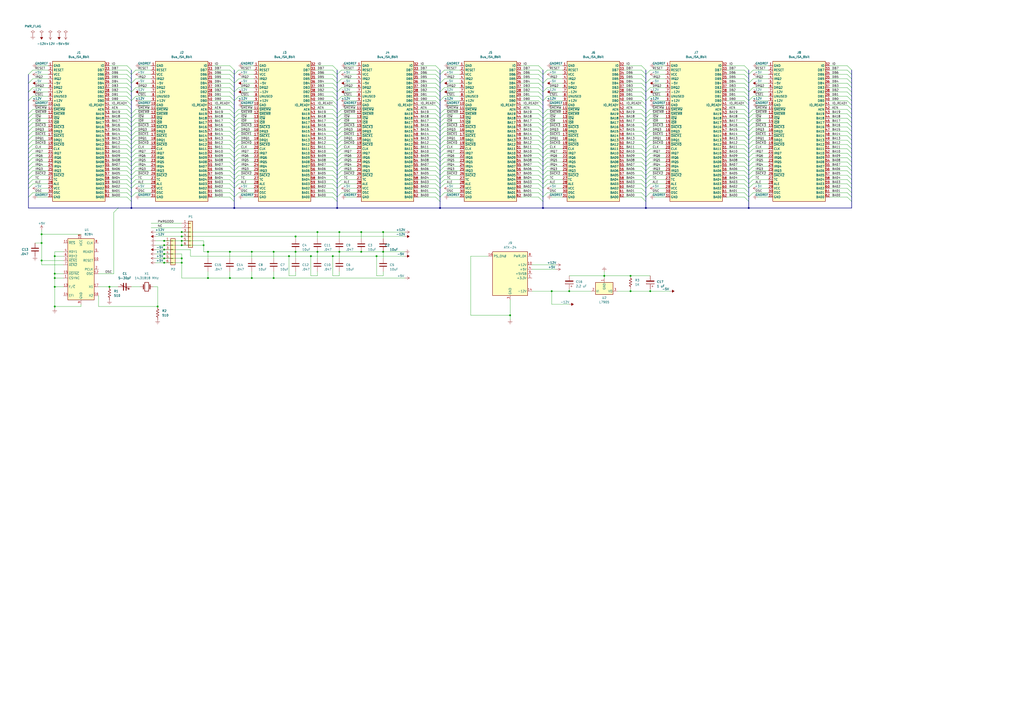
<source format=kicad_sch>
(kicad_sch (version 20231120) (generator "eeschema") (generator_version "8.0")
  (paper "A2")
  (junction (at 95.25 139.7))
  (junction (at 195.58 120.65))
  (junction (at 105.41 152.4))
  (junction (at 95.25 149.86))
  (junction (at 95.25 147.32))
  (junction (at 31.75 177.8))
  (junction (at 146.05 146.05))
  (junction (at 350.52 160.02))
  (junction (at 374.65 120.65))
  (junction (at 133.35 146.05))
  (junction (at 196.85 134.62))
  (junction (at 330.2 168.91))
  (junction (at 95.25 144.78))
  (junction (at 365.76 168.91))
  (junction (at 255.27 120.65))
  (junction (at 218.44 148.59))
  (junction (at 167.64 148.59))
  (junction (at 118.11 142.24))
  (junction (at 31.75 158.75))
  (junction (at 105.41 149.86))
  (junction (at 377.19 168.91))
  (junction (at 133.35 161.29))
  (junction (at 91.44 177.8))
  (junction (at 184.15 134.62))
  (junction (at 31.75 161.29))
  (junction (at 222.25 134.62))
  (junction (at 180.34 148.59))
  (junction (at 120.65 161.29))
  (junction (at 24.13 151.13))
  (junction (at 171.45 146.05))
  (junction (at 31.75 148.59))
  (junction (at 314.96 120.65))
  (junction (at 95.25 142.24))
  (junction (at 171.45 137.16))
  (junction (at 135.89 120.65))
  (junction (at 184.15 146.05))
  (junction (at 105.41 134.62))
  (junction (at 105.41 139.7))
  (junction (at 24.13 135.89))
  (junction (at 76.2 120.65))
  (junction (at 105.41 137.16))
  (junction (at 365.76 160.02))
  (junction (at 295.91 182.88))
  (junction (at 31.75 166.37))
  (junction (at 209.55 146.05))
  (junction (at 196.85 146.05))
  (junction (at 209.55 134.62))
  (junction (at 120.65 146.05))
  (junction (at 146.05 161.29))
  (junction (at 193.04 148.59))
  (junction (at 222.25 146.05))
  (junction (at 63.5 166.37))
  (junction (at 24.13 140.97))
  (junction (at 158.75 146.05))
  (junction (at 434.34 120.65))
  (junction (at 95.25 152.4))
  (junction (at 105.41 142.24))
  (junction (at 320.04 168.91))
  (junction (at 158.75 161.29))
  (bus_entry (at 377.19 40.64) (size -2.54 2.54))
  (bus_entry (at 138.43 45.72) (size -2.54 2.54))
  (bus_entry (at 252.73 45.72) (size 2.54 2.54))
  (bus_entry (at 252.73 38.1) (size 2.54 2.54))
  (bus_entry (at 193.04 78.74) (size 2.54 2.54))
  (bus_entry (at 198.12 96.52) (size -2.54 2.54))
  (bus_entry (at 133.35 106.68) (size 2.54 2.54))
  (bus_entry (at 19.05 68.58) (size -2.54 2.54))
  (bus_entry (at 491.49 43.18) (size 2.54 2.54))
  (bus_entry (at 431.8 96.52) (size 2.54 2.54))
  (bus_entry (at 312.42 111.76) (size 2.54 2.54))
  (bus_entry (at 193.04 63.5) (size 2.54 2.54))
  (bus_entry (at 133.35 43.18) (size 2.54 2.54))
  (bus_entry (at 193.04 68.58) (size 2.54 2.54))
  (bus_entry (at 78.74 55.88) (size -2.54 2.54))
  (bus_entry (at 257.81 76.2) (size -2.54 2.54))
  (bus_entry (at 317.5 55.88) (size -2.54 2.54))
  (bus_entry (at 73.66 93.98) (size 2.54 2.54))
  (bus_entry (at 372.11 81.28) (size 2.54 2.54))
  (bus_entry (at 372.11 55.88) (size 2.54 2.54))
  (bus_entry (at 431.8 48.26) (size 2.54 2.54))
  (bus_entry (at 372.11 73.66) (size 2.54 2.54))
  (bus_entry (at 133.35 58.42) (size 2.54 2.54))
  (bus_entry (at 138.43 91.44) (size -2.54 2.54))
  (bus_entry (at 133.35 60.96) (size 2.54 2.54))
  (bus_entry (at 372.11 111.76) (size 2.54 2.54))
  (bus_entry (at 73.66 104.14) (size 2.54 2.54))
  (bus_entry (at 372.11 101.6) (size 2.54 2.54))
  (bus_entry (at 257.81 68.58) (size -2.54 2.54))
  (bus_entry (at 436.88 81.28) (size -2.54 2.54))
  (bus_entry (at 436.88 40.64) (size -2.54 2.54))
  (bus_entry (at 252.73 73.66) (size 2.54 2.54))
  (bus_entry (at 73.66 71.12) (size 2.54 2.54))
  (bus_entry (at 19.05 93.98) (size -2.54 2.54))
  (bus_entry (at 317.5 111.76) (size -2.54 2.54))
  (bus_entry (at 252.73 86.36) (size 2.54 2.54))
  (bus_entry (at 377.19 63.5) (size -2.54 2.54))
  (bus_entry (at 252.73 50.8) (size 2.54 2.54))
  (bus_entry (at 78.74 106.68) (size -2.54 2.54))
  (bus_entry (at 431.8 81.28) (size 2.54 2.54))
  (bus_entry (at 372.11 109.22) (size 2.54 2.54))
  (bus_entry (at 133.35 91.44) (size 2.54 2.54))
  (bus_entry (at 133.35 114.3) (size 2.54 2.54))
  (bus_entry (at 491.49 71.12) (size 2.54 2.54))
  (bus_entry (at 257.81 96.52) (size -2.54 2.54))
  (bus_entry (at 19.05 78.74) (size -2.54 2.54))
  (bus_entry (at 198.12 99.06) (size -2.54 2.54))
  (bus_entry (at 73.66 114.3) (size 2.54 2.54))
  (bus_entry (at 372.11 106.68) (size 2.54 2.54))
  (bus_entry (at 73.66 50.8) (size 2.54 2.54))
  (bus_entry (at 312.42 40.64) (size 2.54 2.54))
  (bus_entry (at 78.74 91.44) (size -2.54 2.54))
  (bus_entry (at 491.49 91.44) (size 2.54 2.54))
  (bus_entry (at 491.49 63.5) (size 2.54 2.54))
  (bus_entry (at 317.5 45.72) (size -2.54 2.54))
  (bus_entry (at 317.5 106.68) (size -2.54 2.54))
  (bus_entry (at 193.04 76.2) (size 2.54 2.54))
  (bus_entry (at 73.66 96.52) (size 2.54 2.54))
  (bus_entry (at 491.49 58.42) (size 2.54 2.54))
  (bus_entry (at 138.43 111.76) (size -2.54 2.54))
  (bus_entry (at 133.35 73.66) (size 2.54 2.54))
  (bus_entry (at 312.42 104.14) (size 2.54 2.54))
  (bus_entry (at 198.12 55.88) (size -2.54 2.54))
  (bus_entry (at 252.73 48.26) (size 2.54 2.54))
  (bus_entry (at 372.11 43.18) (size 2.54 2.54))
  (bus_entry (at 19.05 76.2) (size -2.54 2.54))
  (bus_entry (at 436.88 76.2) (size -2.54 2.54))
  (bus_entry (at 133.35 93.98) (size 2.54 2.54))
  (bus_entry (at 252.73 76.2) (size 2.54 2.54))
  (bus_entry (at 198.12 76.2) (size -2.54 2.54))
  (bus_entry (at 252.73 96.52) (size 2.54 2.54))
  (bus_entry (at 377.19 50.8) (size -2.54 2.54))
  (bus_entry (at 372.11 71.12) (size 2.54 2.54))
  (bus_entry (at 257.81 66.04) (size -2.54 2.54))
  (bus_entry (at 252.73 111.76) (size 2.54 2.54))
  (bus_entry (at 436.88 45.72) (size -2.54 2.54))
  (bus_entry (at 138.43 68.58) (size -2.54 2.54))
  (bus_entry (at 436.88 99.06) (size -2.54 2.54))
  (bus_entry (at 491.49 68.58) (size 2.54 2.54))
  (bus_entry (at 252.73 114.3) (size 2.54 2.54))
  (bus_entry (at 431.8 38.1) (size 2.54 2.54))
  (bus_entry (at 257.81 86.36) (size -2.54 2.54))
  (bus_entry (at 312.42 88.9) (size 2.54 2.54))
  (bus_entry (at 317.5 88.9) (size -2.54 2.54))
  (bus_entry (at 312.42 73.66) (size 2.54 2.54))
  (bus_entry (at 377.19 93.98) (size -2.54 2.54))
  (bus_entry (at 377.19 73.66) (size -2.54 2.54))
  (bus_entry (at 252.73 99.06) (size 2.54 2.54))
  (bus_entry (at 73.66 40.64) (size 2.54 2.54))
  (bus_entry (at 19.05 40.64) (size -2.54 2.54))
  (bus_entry (at 198.12 81.28) (size -2.54 2.54))
  (bus_entry (at 252.73 60.96) (size 2.54 2.54))
  (bus_entry (at 431.8 93.98) (size 2.54 2.54))
  (bus_entry (at 257.81 93.98) (size -2.54 2.54))
  (bus_entry (at 491.49 76.2) (size 2.54 2.54))
  (bus_entry (at 317.5 93.98) (size -2.54 2.54))
  (bus_entry (at 78.74 101.6) (size -2.54 2.54))
  (bus_entry (at 372.11 104.14) (size 2.54 2.54))
  (bus_entry (at 491.49 48.26) (size 2.54 2.54))
  (bus_entry (at 317.5 76.2) (size -2.54 2.54))
  (bus_entry (at 491.49 45.72) (size 2.54 2.54))
  (bus_entry (at 431.8 66.04) (size 2.54 2.54))
  (bus_entry (at 312.42 91.44) (size 2.54 2.54))
  (bus_entry (at 252.73 66.04) (size 2.54 2.54))
  (bus_entry (at 133.35 96.52) (size 2.54 2.54))
  (bus_entry (at 372.11 96.52) (size 2.54 2.54))
  (bus_entry (at 372.11 83.82) (size 2.54 2.54))
  (bus_entry (at 491.49 106.68) (size 2.54 2.54))
  (bus_entry (at 491.49 83.82) (size 2.54 2.54))
  (bus_entry (at 491.49 50.8) (size 2.54 2.54))
  (bus_entry (at 193.04 101.6) (size 2.54 2.54))
  (bus_entry (at 73.66 109.22) (size 2.54 2.54))
  (bus_entry (at 73.66 73.66) (size 2.54 2.54))
  (bus_entry (at 193.04 71.12) (size 2.54 2.54))
  (bus_entry (at 138.43 66.04) (size -2.54 2.54))
  (bus_entry (at 133.35 66.04) (size 2.54 2.54))
  (bus_entry (at 193.04 86.36) (size 2.54 2.54))
  (bus_entry (at 78.74 76.2) (size -2.54 2.54))
  (bus_entry (at 133.35 83.82) (size 2.54 2.54))
  (bus_entry (at 138.43 81.28) (size -2.54 2.54))
  (bus_entry (at 133.35 86.36) (size 2.54 2.54))
  (bus_entry (at 372.11 45.72) (size 2.54 2.54))
  (bus_entry (at 431.8 55.88) (size 2.54 2.54))
  (bus_entry (at 133.35 99.06) (size 2.54 2.54))
  (bus_entry (at 66.04 123.19) (size 2.54 -2.54))
  (bus_entry (at 19.05 88.9) (size -2.54 2.54))
  (bus_entry (at 317.5 71.12) (size -2.54 2.54))
  (bus_entry (at 193.04 93.98) (size 2.54 2.54))
  (bus_entry (at 257.81 99.06) (size -2.54 2.54))
  (bus_entry (at 73.66 78.74) (size 2.54 2.54))
  (bus_entry (at 372.11 86.36) (size 2.54 2.54))
  (bus_entry (at 257.81 71.12) (size -2.54 2.54))
  (bus_entry (at 133.35 81.28) (size 2.54 2.54))
  (bus_entry (at 431.8 91.44) (size 2.54 2.54))
  (bus_entry (at 312.42 78.74) (size 2.54 2.54))
  (bus_entry (at 19.05 106.68) (size -2.54 2.54))
  (bus_entry (at 377.19 111.76) (size -2.54 2.54))
  (bus_entry (at 372.11 99.06) (size 2.54 2.54))
  (bus_entry (at 312.42 38.1) (size 2.54 2.54))
  (bus_entry (at 73.66 63.5) (size 2.54 2.54))
  (bus_entry (at 138.43 86.36) (size -2.54 2.54))
  (bus_entry (at 198.12 40.64) (size -2.54 2.54))
  (bus_entry (at 19.05 81.28) (size -2.54 2.54))
  (bus_entry (at 377.19 101.6) (size -2.54 2.54))
  (bus_entry (at 377.19 45.72) (size -2.54 2.54))
  (bus_entry (at 436.88 50.8) (size -2.54 2.54))
  (bus_entry (at 491.49 109.22) (size 2.54 2.54))
  (bus_entry (at 372.11 48.26) (size 2.54 2.54))
  (bus_entry (at 431.8 60.96) (size 2.54 2.54))
  (bus_entry (at 193.04 48.26) (size 2.54 2.54))
  (bus_entry (at 491.49 81.28) (size 2.54 2.54))
  (bus_entry (at 491.49 78.74) (size 2.54 2.54))
  (bus_entry (at 257.81 101.6) (size -2.54 2.54))
  (bus_entry (at 78.74 96.52) (size -2.54 2.54))
  (bus_entry (at 73.66 58.42) (size 2.54 2.54))
  (bus_entry (at 133.35 101.6) (size 2.54 2.54))
  (bus_entry (at 73.66 66.04) (size 2.54 2.54))
  (bus_entry (at 312.42 83.82) (size 2.54 2.54))
  (bus_entry (at 372.11 40.64) (size 2.54 2.54))
  (bus_entry (at 193.04 99.06) (size 2.54 2.54))
  (bus_entry (at 377.19 83.82) (size -2.54 2.54))
  (bus_entry (at 193.04 96.52) (size 2.54 2.54))
  (bus_entry (at 436.88 63.5) (size -2.54 2.54))
  (bus_entry (at 133.35 55.88) (size 2.54 2.54))
  (bus_entry (at 431.8 50.8) (size 2.54 2.54))
  (bus_entry (at 198.12 63.5) (size -2.54 2.54))
  (bus_entry (at 252.73 106.68) (size 2.54 2.54))
  (bus_entry (at 198.12 71.12) (size -2.54 2.54))
  (bus_entry (at 372.11 93.98) (size 2.54 2.54))
  (bus_entry (at 193.04 50.8) (size 2.54 2.54))
  (bus_entry (at 257.81 63.5) (size -2.54 2.54))
  (bus_entry (at 252.73 83.82) (size 2.54 2.54))
  (bus_entry (at 138.43 73.66) (size -2.54 2.54))
  (bus_entry (at 491.49 55.88) (size 2.54 2.54))
  (bus_entry (at 19.05 73.66) (size -2.54 2.54))
  (bus_entry (at 431.8 111.76) (size 2.54 2.54))
  (bus_entry (at 19.05 86.36) (size -2.54 2.54))
  (bus_entry (at 198.12 68.58) (size -2.54 2.54))
  (bus_entry (at 138.43 88.9) (size -2.54 2.54))
  (bus_entry (at 312.42 96.52) (size 2.54 2.54))
  (bus_entry (at 252.73 63.5) (size 2.54 2.54))
  (bus_entry (at 312.42 106.68) (size 2.54 2.54))
  (bus_entry (at 138.43 99.06) (size -2.54 2.54))
  (bus_entry (at 193.04 66.04) (size 2.54 2.54))
  (bus_entry (at 73.66 99.06) (size 2.54 2.54))
  (bus_entry (at 257.81 73.66) (size -2.54 2.54))
  (bus_entry (at 436.88 104.14) (size -2.54 2.54))
  (bus_entry (at 257.81 106.68) (size -2.54 2.54))
  (bus_entry (at 198.12 104.14) (size -2.54 2.54))
  (bus_entry (at 431.8 78.74) (size 2.54 2.54))
  (bus_entry (at 436.88 71.12) (size -2.54 2.54))
  (bus_entry (at 436.88 66.04) (size -2.54 2.54))
  (bus_entry (at 436.88 68.58) (size -2.54 2.54))
  (bus_entry (at 252.73 88.9) (size 2.54 2.54))
  (bus_entry (at 431.8 40.64) (size 2.54 2.54))
  (bus_entry (at 73.66 81.28) (size 2.54 2.54))
  (bus_entry (at 138.43 104.14) (size -2.54 2.54))
  (bus_entry (at 133.35 109.22) (size 2.54 2.54))
  (bus_entry (at 73.66 83.82) (size 2.54 2.54))
  (bus_entry (at 312.42 55.88) (size 2.54 2.54))
  (bus_entry (at 491.49 99.06) (size 2.54 2.54))
  (bus_entry (at 377.19 104.14) (size -2.54 2.54))
  (bus_entry (at 198.12 66.04) (size -2.54 2.54))
  (bus_entry (at 436.88 83.82) (size -2.54 2.54))
  (bus_entry (at 491.49 93.98) (size 2.54 2.54))
  (bus_entry (at 133.35 76.2) (size 2.54 2.54))
  (bus_entry (at 73.66 68.58) (size 2.54 2.54))
  (bus_entry (at 133.35 50.8) (size 2.54 2.54))
  (bus_entry (at 73.66 106.68) (size 2.54 2.54))
  (bus_entry (at 198.12 86.36) (size -2.54 2.54))
  (bus_entry (at 78.74 83.82) (size -2.54 2.54))
  (bus_entry (at 138.43 71.12) (size -2.54 2.54))
  (bus_entry (at 19.05 71.12) (size -2.54 2.54))
  (bus_entry (at 377.19 99.06) (size -2.54 2.54))
  (bus_entry (at 372.11 38.1) (size 2.54 2.54))
  (bus_entry (at 19.05 104.14) (size -2.54 2.54))
  (bus_entry (at 431.8 106.68) (size 2.54 2.54))
  (bus_entry (at 252.73 53.34) (size 2.54 2.54))
  (bus_entry (at 19.05 99.06) (size -2.54 2.54))
  (bus_entry (at 372.11 88.9) (size 2.54 2.54))
  (bus_entry (at 377.19 76.2) (size -2.54 2.54))
  (bus_entry (at 257.81 78.74) (size -2.54 2.54))
  (bus_entry (at 19.05 91.44) (size -2.54 2.54))
  (bus_entry (at 73.66 111.76) (size 2.54 2.54))
  (bus_entry (at 257.81 83.82) (size -2.54 2.54))
  (bus_entry (at 312.42 114.3) (size 2.54 2.54))
  (bus_entry (at 372.11 114.3) (size 2.54 2.54))
  (bus_entry (at 133.35 78.74) (size 2.54 2.54))
  (bus_entry (at 19.05 45.72) (size -2.54 2.54))
  (bus_entry (at 252.73 71.12) (size 2.54 2.54))
  (bus_entry (at 78.74 78.74) (size -2.54 2.54))
  (bus_entry (at 312.42 63.5) (size 2.54 2.54))
  (bus_entry (at 73.66 101.6) (size 2.54 2.54))
  (bus_entry (at 133.35 88.9) (size 2.54 2.54))
  (bus_entry (at 257.81 40.64) (size -2.54 2.54))
  (bus_entry (at 138.43 50.8) (size -2.54 2.54))
  (bus_entry (at 312.42 60.96) (size 2.54 2.54))
  (bus_entry (at 431.8 63.5) (size 2.54 2.54))
  (bus_entry (at 133.35 104.14) (size 2.54 2.54))
  (bus_entry (at 317.5 104.14) (size -2.54 2.54))
  (bus_entry (at 312.42 58.42) (size 2.54 2.54))
  (bus_entry (at 312.42 109.22) (size 2.54 2.54))
  (bus_entry (at 372.11 76.2) (size 2.54 2.54))
  (bus_entry (at 138.43 101.6) (size -2.54 2.54))
  (bus_entry (at 193.04 81.28) (size 2.54 2.54))
  (bus_entry (at 436.88 96.52) (size -2.54 2.54))
  (bus_entry (at 317.5 99.06) (size -2.54 2.54))
  (bus_entry (at 377.19 71.12) (size -2.54 2.54))
  (bus_entry (at 133.35 71.12) (size 2.54 2.54))
  (bus_entry (at 372.11 50.8) (size 2.54 2.54))
  (bus_entry (at 312.42 45.72) (size 2.54 2.54))
  (bus_entry (at 19.05 50.8) (size -2.54 2.54))
  (bus_entry (at 317.5 83.82) (size -2.54 2.54))
  (bus_entry (at 431.8 86.36) (size 2.54 2.54))
  (bus_entry (at 198.12 73.66) (size -2.54 2.54))
  (bus_entry (at 78.74 93.98) (size -2.54 2.54))
  (bus_entry (at 372.11 66.04) (size 2.54 2.54))
  (bus_entry (at 133.35 63.5) (size 2.54 2.54))
  (bus_entry (at 193.04 55.88) (size 2.54 2.54))
  (bus_entry (at 431.8 43.18) (size 2.54 2.54))
  (bus_entry (at 257.81 111.76) (size -2.54 2.54))
  (bus_entry (at 19.05 83.82) (size -2.54 2.54))
  (bus_entry (at 19.05 63.5) (size -2.54 2.54))
  (bus_entry (at 252.73 81.28) (size 2.54 2.54))
  (bus_entry (at 372.11 60.96) (size 2.54 2.54))
  (bus_entry (at 317.5 91.44) (size -2.54 2.54))
  (bus_entry (at 73.66 55.88) (size 2.54 2.54))
  (bus_entry (at 19.05 111.76) (size -2.54 2.54))
  (bus_entry (at 193.04 106.68) (size 2.54 2.54))
  (bus_entry (at 19.05 66.04) (size -2.54 2.54))
  (bus_entry (at 73.66 91.44) (size 2.54 2.54))
  (bus_entry (at 198.12 93.98) (size -2.54 2.54))
  (bus_entry (at 312.42 53.34) (size 2.54 2.54))
  (bus_entry (at 312.42 66.04) (size 2.54 2.54))
  (bus_entry (at 491.49 53.34) (size 2.54 2.54))
  (bus_entry (at 431.8 53.34) (size 2.54 2.54))
  (bus_entry (at 312.42 86.36) (size 2.54 2.54))
  (bus_entry (at 491.49 101.6) (size 2.54 2.54))
  (bus_entry (at 73.66 60.96) (size 2.54 2.54))
  (bus_entry (at 252.73 104.14) (size 2.54 2.54))
  (bus_entry (at 138.43 76.2) (size -2.54 2.54))
  (bus_entry (at 138.43 93.98) (size -2.54 2.54))
  (bus_entry (at 252.73 93.98) (size 2.54 2.54))
  (bus_entry (at 78.74 50.8) (size -2.54 2.54))
  (bus_entry (at 19.05 55.88) (size -2.54 2.54))
  (bus_entry (at 252.73 109.22) (size 2.54 2.54))
  (bus_entry (at 431.8 101.6) (size 2.54 2.54))
  (bus_entry (at 312.42 76.2) (size 2.54 2.54))
  (bus_entry (at 372.11 78.74) (size 2.54 2.54))
  (bus_entry (at 78.74 68.58) (size -2.54 2.54))
  (bus_entry (at 78.74 81.28) (size -2.54 2.54))
  (bus_entry (at 312.42 50.8) (size 2.54 2.54))
  (bus_entry (at 193.04 83.82) (size 2.54 2.54))
  (bus_entry (at 377.19 68.58) (size -2.54 2.54))
  (bus_entry (at 377.19 88.9) (size -2.54 2.54))
  (bus_entry (at 372.11 68.58) (size 2.54 2.54))
  (bus_entry (at 317.5 73.66) (size -2.54 2.54))
  (bus_entry (at 257.81 91.44) (size -2.54 2.54))
  (bus_entry (at 257.81 104.14) (size -2.54 2.54))
  (bus_entry (at 491.49 38.1) (size 2.54 2.54))
  (bus_entry (at 312.42 48.26) (size 2.54 2.54))
  (bus_entry (at 436.88 111.76) (size -2.54 2.54))
  (bus_entry (at 436.88 93.98) (size -2.54 2.54))
  (bus_entry (at 317.5 81.28) (size -2.54 2.54))
  (bus_entry (at 193.04 38.1) (size 2.54 2.54))
  (bus_entry (at 377.19 106.68) (size -2.54 2.54))
  (bus_entry (at 491.49 104.14) (size 2.54 2.54))
  (bus_entry (at 133.35 68.58) (size 2.54 2.54))
  (bus_entry (at 193.04 43.18) (size 2.54 2.54))
  (bus_entry (at 78.74 86.36) (size -2.54 2.54))
  (bus_entry (at 372.11 58.42) (size 2.54 2.54))
  (bus_entry (at 431.8 73.66) (size 2.54 2.54))
  (bus_entry (at 198.12 111.76) (size -2.54 2.54))
  (bus_entry (at 377.19 66.04) (size -2.54 2.54))
  (bus_entry (at 252.73 58.42) (size 2.54 2.54))
  (bus_entry (at 312.42 43.18) (size 2.54 2.54))
  (bus_entry (at 198.12 91.44) (size -2.54 2.54))
  (bus_entry (at 198.12 88.9) (size -2.54 2.54))
  (bus_entry (at 78.74 73.66) (size -2.54 2.54))
  (bus_entry (at 436.88 55.88) (size -2.54 2.54))
  (bus_entry (at 138.43 63.5) (size -2.54 2.54))
  (bus_entry (at 491.49 40.64) (size 2.54 2.54))
  (bus_entry (at 198.12 78.74) (size -2.54 2.54))
  (bus_entry (at 252.73 101.6) (size 2.54 2.54))
  (bus_entry (at 431.8 45.72) (size 2.54 2.54))
  (bus_entry (at 257.81 88.9) (size -2.54 2.54))
  (bus_entry (at 78.74 45.72) (size -2.54 2.54))
  (bus_entry (at 436.88 101.6) (size -2.54 2.54))
  (bus_entry (at 317.5 68.58) (size -2.54 2.54))
  (bus_entry (at 317.5 101.6) (size -2.54 2.54))
  (bus_entry (at 78.74 104.14) (size -2.54 2.54))
  (bus_entry (at 436.88 78.74) (size -2.54 2.54))
  (bus_entry (at 73.66 45.72) (size 2.54 2.54))
  (bus_entry (at 193.04 109.22) (size 2.54 2.54))
  (bus_entry (at 491.49 88.9) (size 2.54 2.54))
  (bus_entry (at 193.04 114.3) (size 2.54 2.54))
  (bus_entry (at 377.19 96.52) (size -2.54 2.54))
  (bus_entry (at 73.66 43.18) (size 2.54 2.54))
  (bus_entry (at 78.74 40.64) (size -2.54 2.54))
  (bus_entry (at 193.04 45.72) (size 2.54 2.54))
  (bus_entry (at 73.66 48.26) (size 2.54 2.54))
  (bus_entry (at 377.19 91.44) (size -2.54 2.54))
  (bus_entry (at 138.43 55.88) (size -2.54 2.54))
  (bus_entry (at 372.11 63.5) (size 2.54 2.54))
  (bus_entry (at 78.74 111.76) (size -2.54 2.54))
  (bus_entry (at 317.5 66.04) (size -2.54 2.54))
  (bus_entry (at 431.8 114.3) (size 2.54 2.54))
  (bus_entry (at 491.49 60.96) (size 2.54 2.54))
  (bus_entry (at 491.49 111.76) (size 2.54 2.54))
  (bus_entry (at 133.35 38.1) (size 2.54 2.54))
  (bus_entry (at 252.73 43.18) (size 2.54 2.54))
  (bus_entry (at 491.49 73.66) (size 2.54 2.54))
  (bus_entry (at 193.04 111.76) (size 2.54 2.54))
  (bus_entry (at 491.49 96.52) (size 2.54 2.54))
  (bus_entry (at 431.8 109.22) (size 2.54 2.54))
  (bus_entry (at 436.88 106.68) (size -2.54 2.54))
  (bus_entry (at 193.04 73.66) (size 2.54 2.54))
  (bus_entry (at 78.74 99.06) (size -2.54 2.54))
  (bus_entry (at 436.88 88.9) (size -2.54 2.54))
  (bus_entry (at 431.8 58.42) (size 2.54 2.54))
  (bus_entry (at 312.42 99.06) (size 2.54 2.54))
  (bus_entry (at 377.19 78.74) (size -2.54 2.54))
  (bus_entry (at 138.43 40.64) (size -2.54 2.54))
  (bus_entry (at 431.8 71.12) (size 2.54 2.54))
  (bus_entry (at 257.81 45.72) (size -2.54 2.54))
  (bus_entry (at 193.04 40.64) (size 2.54 2.54))
  (bus_entry (at 257.81 55.88) (size -2.54 2.54))
  (bus_entry (at 257.81 50.8) (size -2.54 2.54))
  (bus_entry (at 252.73 91.44) (size 2.54 2.54))
  (bus_entry (at 436.88 86.36) (size -2.54 2.54))
  (bus_entry (at 78.74 88.9) (size -2.54 2.54))
  (bus_entry (at 257.81 81.28) (size -2.54 2.54))
  (bus_entry (at 198.12 101.6) (size -2.54 2.54))
  (bus_entry (at 431.8 99.06) (size 2.54 2.54))
  (bus_entry (at 317.5 86.36) (size -2.54 2.54))
  (bus_entry (at 73.66 53.34) (size 2.54 2.54))
  (bus_entry (at 372.11 91.44) (size 2.54 2.54))
  (bus_entry (at 78.74 63.5) (size -2.54 2.54))
  (bus_entry (at 193.04 104.14) (size 2.54 2.54))
  (bus_entry (at 198.12 83.82) (size -2.54 2.54))
  (bus_entry (at 138.43 96.52) (size -2.54 2.54))
  (bus_entry (at 78.74 66.04) (size -2.54 2.54))
  (bus_entry (at 252.73 68.58) (size 2.54 2.54))
  (bus_entry (at 431.8 83.82) (size 2.54 2.54))
  (bus_entry (at 431.8 104.14) (size 2.54 2.54))
  (bus_entry (at 73.66 76.2) (size 2.54 2.54))
  (bus_entry (at 491.49 114.3) (size 2.54 2.54))
  (bus_entry (at 372.11 53.34) (size 2.54 2.54))
  (bus_entry (at 19.05 101.6) (size -2.54 2.54))
  (bus_entry (at 491.49 86.36) (size 2.54 2.54))
  (bus_entry (at 193.04 91.44) (size 2.54 2.54))
  (bus_entry (at 431.8 76.2) (size 2.54 2.54))
  (bus_entry (at 252.73 55.88) (size 2.54 2.54))
  (bus_entry (at 252.73 40.64) (size 2.54 2.54))
  (bus_entry (at 312.42 71.12) (size 2.54 2.54))
  (bus_entry (at 431.8 88.9) (size 2.54 2.54))
  (bus_entry (at 133.35 40.64) (size 2.54 2.54))
  (bus_entry (at 491.49 66.04) (size 2.54 2.54))
  (bus_entry (at 377.19 86.36) (size -2.54 2.54))
  (bus_entry (at 138.43 78.74) (size -2.54 2.54))
  (bus_entry (at 436.88 91.44) (size -2.54 2.54))
  (bus_entry (at 78.74 71.12) (size -2.54 2.54))
  (bus_entry (at 317.5 50.8) (size -2.54 2.54))
  (bus_entry (at 312.42 101.6) (size 2.54 2.54))
  (bus_entry (at 133.35 45.72) (size 2.54 2.54))
  (bus_entry (at 317.5 40.64) (size -2.54 2.54))
  (bus_entry (at 193.04 58.42) (size 2.54 2.54))
  (bus_entry (at 19.05 96.52) (size -2.54 2.54))
  (bus_entry (at 198.12 50.8) (size -2.54 2.54))
  (bus_entry (at 193.04 53.34) (size 2.54 2.54))
  (bus_entry (at 312.42 81.28) (size 2.54 2.54))
  (bus_entry (at 252.73 78.74) (size 2.54 2.54))
  (bus_entry (at 193.04 60.96) (size 2.54 2.54))
  (bus_entry (at 377.19 81.28) (size -2.54 2.54))
  (bus_entry (at 73.66 86.36) (size 2.54 2.54))
  (bus_entry (at 138.43 106.68) (size -2.54 2.54))
  (bus_entry (at 73.66 38.1) (size 2.54 2.54))
  (bus_entry (at 73.66 88.9) (size 2.54 2.54))
  (bus_entry (at 431.8 68.58) (size 2.54 2.54))
  (bus_entry (at 133.35 111.76) (size 2.54 2.54))
  (bus_entry (at 133.35 53.34) (size 2.54 2.54))
  (bus_entry (at 317.5 78.74) (size -2.54 2.54))
  (bus_entry (at 317.5 96.52) (size -2.54 2.54))
  (bus_entry (at 312.42 93.98) (size 2.54 2.54))
  (bus_entry (at 312.42 68.58) (size 2.54 2.54))
  (bus_entry (at 193.04 88.9) (size 2.54 2.54))
  (bus_entry (at 138.43 83.82) (size -2.54 2.54))
  (bus_entry (at 436.88 73.66) (size -2.54 2.54))
  (bus_entry (at 198.12 45.72) (size -2.54 2.54))
  (bus_entry (at 377.19 55.88) (size -2.54 2.54))
  (bus_entry (at 133.35 48.26) (size 2.54 2.54))
  (bus_entry (at 198.12 106.68) (size -2.54 2.54))
  (bus_entry (at 317.5 63.5) (size -2.54 2.54))
  (wire (pts (xy 436.88 76.2) (xy 445.77 76.2)))
  (bus (pts (xy 76.2 53.34) (xy 76.2 55.88)))
  (wire (pts (xy 198.12 101.6) (xy 207.01 101.6)))
  (wire (pts (xy 350.52 160.02) (xy 350.52 161.29)))
  (wire (pts (xy 78.74 63.5) (xy 87.63 63.5)))
  (wire (pts (xy 377.19 83.82) (xy 386.08 83.82)))
  (wire (pts (xy 123.19 48.26) (xy 133.35 48.26)))
  (bus (pts (xy 314.96 81.28) (xy 314.96 83.82)))
  (bus (pts (xy 374.65 43.18) (xy 374.65 45.72)))
  (wire (pts (xy 436.88 71.12) (xy 445.77 71.12)))
  (wire (pts (xy 361.95 63.5) (xy 372.11 63.5)))
  (wire (pts (xy 421.64 48.26) (xy 431.8 48.26)))
  (wire (pts (xy 123.19 55.88) (xy 133.35 55.88)))
  (wire (pts (xy 222.25 146.05) (xy 222.25 149.86)))
  (wire (pts (xy 198.12 68.58) (xy 207.01 68.58)))
  (wire (pts (xy 379.73 109.22) (xy 386.08 109.22)))
  (wire (pts (xy 361.95 96.52) (xy 372.11 96.52)))
  (wire (pts (xy 180.34 160.02) (xy 180.34 148.59)))
  (bus (pts (xy 255.27 116.84) (xy 255.27 120.65)))
  (wire (pts (xy 257.81 93.98) (xy 266.7 93.98)))
  (wire (pts (xy 242.57 68.58) (xy 252.73 68.58)))
  (wire (pts (xy 171.45 137.16) (xy 171.45 138.43)))
  (wire (pts (xy 302.26 99.06) (xy 312.42 99.06)))
  (bus (pts (xy 135.89 71.12) (xy 135.89 73.66)))
  (wire (pts (xy 361.95 86.36) (xy 372.11 86.36)))
  (bus (pts (xy 135.89 53.34) (xy 135.89 55.88)))
  (wire (pts (xy 439.42 58.42) (xy 445.77 58.42)))
  (wire (pts (xy 302.26 53.34) (xy 312.42 53.34)))
  (wire (pts (xy 31.75 146.05) (xy 31.75 148.59)))
  (bus (pts (xy 494.03 76.2) (xy 494.03 78.74)))
  (wire (pts (xy 81.28 53.34) (xy 87.63 53.34)))
  (bus (pts (xy 76.2 111.76) (xy 76.2 114.3)))
  (wire (pts (xy 257.81 81.28) (xy 266.7 81.28)))
  (wire (pts (xy 81.28 60.96) (xy 87.63 60.96)))
  (wire (pts (xy 481.33 83.82) (xy 491.49 83.82)))
  (wire (pts (xy 133.35 161.29) (xy 146.05 161.29)))
  (bus (pts (xy 434.34 53.34) (xy 434.34 55.88)))
  (wire (pts (xy 481.33 114.3) (xy 491.49 114.3)))
  (bus (pts (xy 434.34 91.44) (xy 434.34 93.98)))
  (wire (pts (xy 95.25 152.4) (xy 105.41 152.4)))
  (wire (pts (xy 242.57 71.12) (xy 252.73 71.12)))
  (wire (pts (xy 302.26 78.74) (xy 312.42 78.74)))
  (wire (pts (xy 78.74 50.8) (xy 87.63 50.8)))
  (wire (pts (xy 182.88 96.52) (xy 193.04 96.52)))
  (wire (pts (xy 123.19 96.52) (xy 133.35 96.52)))
  (bus (pts (xy 434.34 83.82) (xy 434.34 86.36)))
  (wire (pts (xy 377.19 71.12) (xy 386.08 71.12)))
  (bus (pts (xy 76.2 99.06) (xy 76.2 101.6)))
  (wire (pts (xy 90.17 142.24) (xy 95.25 142.24)))
  (wire (pts (xy 320.04 58.42) (xy 326.39 58.42)))
  (bus (pts (xy 434.34 76.2) (xy 434.34 78.74)))
  (wire (pts (xy 257.81 86.36) (xy 266.7 86.36)))
  (wire (pts (xy 19.05 93.98) (xy 27.94 93.98)))
  (wire (pts (xy 57.15 177.8) (xy 91.44 177.8)))
  (wire (pts (xy 167.64 160.02) (xy 167.64 148.59)))
  (bus (pts (xy 195.58 81.28) (xy 195.58 83.82)))
  (wire (pts (xy 78.74 78.74) (xy 87.63 78.74)))
  (wire (pts (xy 361.95 104.14) (xy 372.11 104.14)))
  (wire (pts (xy 63.5 45.72) (xy 73.66 45.72)))
  (bus (pts (xy 314.96 91.44) (xy 314.96 93.98)))
  (wire (pts (xy 31.75 158.75) (xy 31.75 161.29)))
  (wire (pts (xy 63.5 106.68) (xy 73.66 106.68)))
  (wire (pts (xy 78.74 104.14) (xy 87.63 104.14)))
  (wire (pts (xy 377.19 91.44) (xy 386.08 91.44)))
  (wire (pts (xy 19.05 63.5) (xy 27.94 63.5)))
  (wire (pts (xy 140.97 48.26) (xy 147.32 48.26)))
  (wire (pts (xy 24.13 140.97) (xy 24.13 151.13)))
  (bus (pts (xy 135.89 50.8) (xy 135.89 53.34)))
  (bus (pts (xy 314.96 83.82) (xy 314.96 86.36)))
  (bus (pts (xy 16.51 53.34) (xy 16.51 58.42)))
  (wire (pts (xy 361.95 76.2) (xy 372.11 76.2)))
  (wire (pts (xy 439.42 60.96) (xy 445.77 60.96)))
  (wire (pts (xy 138.43 96.52) (xy 147.32 96.52)))
  (wire (pts (xy 21.59 53.34) (xy 27.94 53.34)))
  (wire (pts (xy 146.05 146.05) (xy 146.05 149.86)))
  (bus (pts (xy 76.2 106.68) (xy 76.2 109.22)))
  (wire (pts (xy 81.28 58.42) (xy 87.63 58.42)))
  (wire (pts (xy 198.12 86.36) (xy 207.01 86.36)))
  (wire (pts (xy 182.88 76.2) (xy 193.04 76.2)))
  (wire (pts (xy 36.83 166.37) (xy 31.75 166.37)))
  (wire (pts (xy 182.88 111.76) (xy 193.04 111.76)))
  (wire (pts (xy 302.26 114.3) (xy 312.42 114.3)))
  (wire (pts (xy 138.43 66.04) (xy 147.32 66.04)))
  (wire (pts (xy 78.74 86.36) (xy 87.63 86.36)))
  (wire (pts (xy 196.85 134.62) (xy 196.85 138.43)))
  (wire (pts (xy 90.17 152.4) (xy 95.25 152.4)))
  (bus (pts (xy 76.2 58.42) (xy 76.2 60.96)))
  (wire (pts (xy 421.64 106.68) (xy 431.8 106.68)))
  (wire (pts (xy 123.19 111.76) (xy 133.35 111.76)))
  (wire (pts (xy 260.35 109.22) (xy 266.7 109.22)))
  (wire (pts (xy 105.41 142.24) (xy 118.11 142.24)))
  (wire (pts (xy 436.88 106.68) (xy 445.77 106.68)))
  (wire (pts (xy 19.05 81.28) (xy 27.94 81.28)))
  (wire (pts (xy 361.95 93.98) (xy 372.11 93.98)))
  (wire (pts (xy 171.45 160.02) (xy 167.64 160.02)))
  (bus (pts (xy 195.58 60.96) (xy 195.58 63.5)))
  (wire (pts (xy 123.19 83.82) (xy 133.35 83.82)))
  (wire (pts (xy 273.05 148.59) (xy 273.05 182.88)))
  (wire (pts (xy 123.19 114.3) (xy 133.35 114.3)))
  (bus (pts (xy 494.03 73.66) (xy 494.03 76.2)))
  (wire (pts (xy 436.88 111.76) (xy 445.77 111.76)))
  (wire (pts (xy 436.88 96.52) (xy 445.77 96.52)))
  (wire (pts (xy 105.41 161.29) (xy 120.65 161.29)))
  (bus (pts (xy 494.03 45.72) (xy 494.03 48.26)))
  (bus (pts (xy 135.89 55.88) (xy 135.89 58.42)))
  (wire (pts (xy 330.2 167.64) (xy 330.2 168.91)))
  (bus (pts (xy 314.96 99.06) (xy 314.96 101.6)))
  (bus (pts (xy 494.03 81.28) (xy 494.03 83.82)))
  (wire (pts (xy 317.5 50.8) (xy 326.39 50.8)))
  (wire (pts (xy 481.33 48.26) (xy 491.49 48.26)))
  (bus (pts (xy 494.03 55.88) (xy 494.03 58.42)))
  (wire (pts (xy 421.64 101.6) (xy 431.8 101.6)))
  (wire (pts (xy 361.95 68.58) (xy 372.11 68.58)))
  (wire (pts (xy 78.74 81.28) (xy 87.63 81.28)))
  (bus (pts (xy 374.65 109.22) (xy 374.65 111.76)))
  (wire (pts (xy 31.75 179.07) (xy 31.75 177.8)))
  (wire (pts (xy 361.95 66.04) (xy 372.11 66.04)))
  (bus (pts (xy 135.89 48.26) (xy 135.89 50.8)))
  (wire (pts (xy 138.43 73.66) (xy 147.32 73.66)))
  (wire (pts (xy 320.04 60.96) (xy 326.39 60.96)))
  (bus (pts (xy 374.65 50.8) (xy 374.65 53.34)))
  (bus (pts (xy 16.51 66.04) (xy 16.51 68.58)))
  (wire (pts (xy 302.26 50.8) (xy 312.42 50.8)))
  (wire (pts (xy 320.04 168.91) (xy 320.04 176.53)))
  (wire (pts (xy 377.19 88.9) (xy 386.08 88.9)))
  (wire (pts (xy 377.19 104.14) (xy 386.08 104.14)))
  (bus (pts (xy 255.27 78.74) (xy 255.27 81.28)))
  (bus (pts (xy 255.27 76.2) (xy 255.27 78.74)))
  (wire (pts (xy 302.26 40.64) (xy 312.42 40.64)))
  (bus (pts (xy 16.51 120.65) (xy 68.58 120.65)))
  (bus (pts (xy 16.51 83.82) (xy 16.51 86.36)))
  (wire (pts (xy 36.83 146.05) (xy 31.75 146.05)))
  (bus (pts (xy 434.34 78.74) (xy 434.34 81.28)))
  (wire (pts (xy 123.19 63.5) (xy 133.35 63.5)))
  (bus (pts (xy 494.03 40.64) (xy 494.03 43.18)))
  (wire (pts (xy 138.43 91.44) (xy 147.32 91.44)))
  (wire (pts (xy 421.64 63.5) (xy 431.8 63.5)))
  (wire (pts (xy 182.88 83.82) (xy 193.04 83.82)))
  (wire (pts (xy 257.81 78.74) (xy 266.7 78.74)))
  (wire (pts (xy 308.61 168.91) (xy 320.04 168.91)))
  (wire (pts (xy 123.19 81.28) (xy 133.35 81.28)))
  (wire (pts (xy 133.35 146.05) (xy 133.35 149.86)))
  (wire (pts (xy 138.43 78.74) (xy 147.32 78.74)))
  (wire (pts (xy 361.95 38.1) (xy 372.11 38.1)))
  (wire (pts (xy 436.88 50.8) (xy 445.77 50.8)))
  (wire (pts (xy 19.05 96.52) (xy 27.94 96.52)))
  (bus (pts (xy 76.2 88.9) (xy 76.2 91.44)))
  (wire (pts (xy 481.33 63.5) (xy 491.49 63.5)))
  (wire (pts (xy 63.5 83.82) (xy 73.66 83.82)))
  (wire (pts (xy 19.05 78.74) (xy 27.94 78.74)))
  (bus (pts (xy 195.58 96.52) (xy 195.58 99.06)))
  (bus (pts (xy 195.58 53.34) (xy 195.58 55.88)))
  (wire (pts (xy 242.57 111.76) (xy 252.73 111.76)))
  (wire (pts (xy 196.85 134.62) (xy 209.55 134.62)))
  (bus (pts (xy 434.34 111.76) (xy 434.34 114.3)))
  (wire (pts (xy 421.64 50.8) (xy 431.8 50.8)))
  (wire (pts (xy 123.19 73.66) (xy 133.35 73.66)))
  (wire (pts (xy 78.74 83.82) (xy 87.63 83.82)))
  (wire (pts (xy 421.64 78.74) (xy 431.8 78.74)))
  (wire (pts (xy 260.35 114.3) (xy 266.7 114.3)))
  (wire (pts (xy 138.43 104.14) (xy 147.32 104.14)))
  (wire (pts (xy 222.25 146.05) (xy 234.95 146.05)))
  (bus (pts (xy 16.51 96.52) (xy 16.51 99.06)))
  (wire (pts (xy 308.61 153.67) (xy 322.58 153.67)))
  (wire (pts (xy 257.81 55.88) (xy 266.7 55.88)))
  (bus (pts (xy 434.34 114.3) (xy 434.34 116.84)))
  (bus (pts (xy 16.51 43.18) (xy 16.51 48.26)))
  (wire (pts (xy 302.26 96.52) (xy 312.42 96.52)))
  (bus (pts (xy 374.65 58.42) (xy 374.65 60.96)))
  (wire (pts (xy 421.64 71.12) (xy 431.8 71.12)))
  (bus (pts (xy 374.65 60.96) (xy 374.65 63.5)))
  (wire (pts (xy 481.33 111.76) (xy 491.49 111.76)))
  (wire (pts (xy 436.88 88.9) (xy 445.77 88.9)))
  (wire (pts (xy 19.05 83.82) (xy 27.94 83.82)))
  (bus (pts (xy 195.58 114.3) (xy 195.58 116.84)))
  (wire (pts (xy 361.95 81.28) (xy 372.11 81.28)))
  (bus (pts (xy 314.96 111.76) (xy 314.96 114.3)))
  (wire (pts (xy 20.32 140.97) (xy 24.13 140.97)))
  (wire (pts (xy 436.88 81.28) (xy 445.77 81.28)))
  (bus (pts (xy 255.27 106.68) (xy 255.27 109.22)))
  (wire (pts (xy 63.5 96.52) (xy 73.66 96.52)))
  (wire (pts (xy 242.57 83.82) (xy 252.73 83.82)))
  (wire (pts (xy 198.12 104.14) (xy 207.01 104.14)))
  (wire (pts (xy 63.5 68.58) (xy 73.66 68.58)))
  (wire (pts (xy 105.41 134.62) (xy 184.15 134.62)))
  (wire (pts (xy 222.25 160.02) (xy 218.44 160.02)))
  (bus (pts (xy 314.96 109.22) (xy 314.96 111.76)))
  (bus (pts (xy 374.65 86.36) (xy 374.65 88.9)))
  (wire (pts (xy 361.95 106.68) (xy 372.11 106.68)))
  (bus (pts (xy 434.34 99.06) (xy 434.34 101.6)))
  (wire (pts (xy 302.26 86.36) (xy 312.42 86.36)))
  (bus (pts (xy 314.96 71.12) (xy 314.96 73.66)))
  (wire (pts (xy 421.64 73.66) (xy 431.8 73.66)))
  (wire (pts (xy 184.15 157.48) (xy 184.15 160.02)))
  (bus (pts (xy 434.34 71.12) (xy 434.34 73.66)))
  (wire (pts (xy 81.28 109.22) (xy 87.63 109.22)))
  (wire (pts (xy 90.17 139.7) (xy 95.25 139.7)))
  (bus (pts (xy 374.65 114.3) (xy 374.65 116.84)))
  (bus (pts (xy 16.51 68.58) (xy 16.51 71.12)))
  (wire (pts (xy 182.88 43.18) (xy 193.04 43.18)))
  (bus (pts (xy 76.2 73.66) (xy 76.2 76.2)))
  (wire (pts (xy 123.19 58.42) (xy 133.35 58.42)))
  (wire (pts (xy 78.74 88.9) (xy 87.63 88.9)))
  (wire (pts (xy 184.15 160.02) (xy 180.34 160.02)))
  (wire (pts (xy 138.43 40.64) (xy 147.32 40.64)))
  (wire (pts (xy 421.64 66.04) (xy 431.8 66.04)))
  (wire (pts (xy 421.64 68.58) (xy 431.8 68.58)))
  (bus (pts (xy 16.51 114.3) (xy 16.51 120.65)))
  (wire (pts (xy 57.15 166.37) (xy 63.5 166.37)))
  (bus (pts (xy 494.03 104.14) (xy 494.03 106.68)))
  (wire (pts (xy 317.5 86.36) (xy 326.39 86.36)))
  (wire (pts (xy 19.05 66.04) (xy 27.94 66.04)))
  (bus (pts (xy 76.2 86.36) (xy 76.2 88.9)))
  (bus (pts (xy 76.2 48.26) (xy 76.2 50.8)))
  (wire (pts (xy 46.99 177.8) (xy 31.75 177.8)))
  (bus (pts (xy 76.2 120.65) (xy 135.89 120.65)))
  (wire (pts (xy 257.81 111.76) (xy 266.7 111.76)))
  (bus (pts (xy 314.96 63.5) (xy 314.96 66.04)))
  (wire (pts (xy 200.66 38.1) (xy 207.01 38.1)))
  (wire (pts (xy 302.26 66.04) (xy 312.42 66.04)))
  (bus (pts (xy 135.89 73.66) (xy 135.89 76.2)))
  (wire (pts (xy 90.17 147.32) (xy 95.25 147.32)))
  (bus (pts (xy 374.65 53.34) (xy 374.65 55.88)))
  (wire (pts (xy 481.33 73.66) (xy 491.49 73.66)))
  (bus (pts (xy 494.03 58.42) (xy 494.03 60.96)))
  (bus (pts (xy 16.51 86.36) (xy 16.51 88.9)))
  (bus (pts (xy 76.2 78.74) (xy 76.2 81.28)))
  (wire (pts (xy 436.88 104.14) (xy 445.77 104.14)))
  (wire (pts (xy 182.88 63.5) (xy 193.04 63.5)))
  (bus (pts (xy 255.27 68.58) (xy 255.27 71.12)))
  (wire (pts (xy 123.19 99.06) (xy 133.35 99.06)))
  (wire (pts (xy 36.83 151.13) (xy 24.13 151.13)))
  (bus (pts (xy 314.96 106.68) (xy 314.96 109.22)))
  (wire (pts (xy 481.33 104.14) (xy 491.49 104.14)))
  (wire (pts (xy 19.05 73.66) (xy 27.94 73.66)))
  (wire (pts (xy 242.57 53.34) (xy 252.73 53.34)))
  (wire (pts (xy 436.88 55.88) (xy 445.77 55.88)))
  (wire (pts (xy 257.81 45.72) (xy 266.7 45.72)))
  (bus (pts (xy 16.51 91.44) (xy 16.51 93.98)))
  (wire (pts (xy 63.5 101.6) (xy 73.66 101.6)))
  (bus (pts (xy 434.34 58.42) (xy 434.34 60.96)))
  (wire (pts (xy 320.04 38.1) (xy 326.39 38.1)))
  (wire (pts (xy 379.73 58.42) (xy 386.08 58.42)))
  (wire (pts (xy 21.59 48.26) (xy 27.94 48.26)))
  (wire (pts (xy 91.44 166.37) (xy 91.44 177.8)))
  (bus (pts (xy 76.2 63.5) (xy 76.2 66.04)))
  (bus (pts (xy 374.65 116.84) (xy 374.65 120.65)))
  (wire (pts (xy 481.33 58.42) (xy 491.49 58.42)))
  (bus (pts (xy 255.27 73.66) (xy 255.27 76.2)))
  (wire (pts (xy 317.5 45.72) (xy 326.39 45.72)))
  (wire (pts (xy 302.26 101.6) (xy 312.42 101.6)))
  (wire (pts (xy 182.88 91.44) (xy 193.04 91.44)))
  (bus (pts (xy 374.65 91.44) (xy 374.65 93.98)))
  (wire (pts (xy 421.64 60.96) (xy 431.8 60.96)))
  (bus (pts (xy 16.51 48.26) (xy 16.51 53.34)))
  (wire (pts (xy 257.81 83.82) (xy 266.7 83.82)))
  (wire (pts (xy 421.64 96.52) (xy 431.8 96.52)))
  (wire (pts (xy 123.19 76.2) (xy 133.35 76.2)))
  (wire (pts (xy 361.95 50.8) (xy 372.11 50.8)))
  (wire (pts (xy 182.88 55.88) (xy 193.04 55.88)))
  (wire (pts (xy 123.19 40.64) (xy 133.35 40.64)))
  (wire (pts (xy 123.19 68.58) (xy 133.35 68.58)))
  (bus (pts (xy 255.27 81.28) (xy 255.27 83.82)))
  (bus (pts (xy 374.65 78.74) (xy 374.65 81.28)))
  (wire (pts (xy 193.04 148.59) (xy 218.44 148.59)))
  (bus (pts (xy 434.34 101.6) (xy 434.34 104.14)))
  (bus (pts (xy 135.89 99.06) (xy 135.89 101.6)))
  (bus (pts (xy 494.03 111.76) (xy 494.03 114.3)))
  (bus (pts (xy 255.27 55.88) (xy 255.27 58.42)))
  (bus (pts (xy 494.03 91.44) (xy 494.03 93.98)))
  (bus (pts (xy 434.34 40.64) (xy 434.34 43.18)))
  (wire (pts (xy 105.41 139.7) (xy 118.11 139.7)))
  (wire (pts (xy 198.12 50.8) (xy 207.01 50.8)))
  (bus (pts (xy 195.58 104.14) (xy 195.58 106.68)))
  (wire (pts (xy 302.26 38.1) (xy 312.42 38.1)))
  (wire (pts (xy 21.59 58.42) (xy 27.94 58.42)))
  (wire (pts (xy 200.66 43.18) (xy 207.01 43.18)))
  (bus (pts (xy 195.58 55.88) (xy 195.58 58.42)))
  (wire (pts (xy 78.74 45.72) (xy 87.63 45.72)))
  (bus (pts (xy 255.27 86.36) (xy 255.27 88.9)))
  (bus (pts (xy 195.58 116.84) (xy 195.58 120.65)))
  (bus (pts (xy 494.03 114.3) (xy 494.03 116.84)))
  (bus (pts (xy 374.65 81.28) (xy 374.65 83.82)))
  (wire (pts (xy 317.5 55.88) (xy 326.39 55.88)))
  (bus (pts (xy 255.27 93.98) (xy 255.27 96.52)))
  (bus (pts (xy 135.89 76.2) (xy 135.89 78.74)))
  (bus (pts (xy 16.51 109.22) (xy 16.51 114.3)))
  (wire (pts (xy 302.26 45.72) (xy 312.42 45.72)))
  (bus (pts (xy 76.2 50.8) (xy 76.2 53.34)))
  (wire (pts (xy 21.59 114.3) (xy 27.94 114.3)))
  (bus (pts (xy 374.65 76.2) (xy 374.65 78.74)))
  (wire (pts (xy 123.19 43.18) (xy 133.35 43.18)))
  (wire (pts (xy 198.12 45.72) (xy 207.01 45.72)))
  (wire (pts (xy 377.19 66.04) (xy 386.08 66.04)))
  (wire (pts (xy 377.19 86.36) (xy 386.08 86.36)))
  (bus (pts (xy 16.51 88.9) (xy 16.51 91.44)))
  (wire (pts (xy 198.12 88.9) (xy 207.01 88.9)))
  (bus (pts (xy 314.96 104.14) (xy 314.96 106.68)))
  (bus (pts (xy 195.58 43.18) (xy 195.58 45.72)))
  (wire (pts (xy 209.55 146.05) (xy 222.25 146.05)))
  (bus (pts (xy 195.58 88.9) (xy 195.58 91.44)))
  (wire (pts (xy 76.2 166.37) (xy 81.28 166.37)))
  (bus (pts (xy 374.65 120.65) (xy 434.34 120.65)))
  (wire (pts (xy 123.19 38.1) (xy 133.35 38.1)))
  (wire (pts (xy 257.81 101.6) (xy 266.7 101.6)))
  (wire (pts (xy 200.66 48.26) (xy 207.01 48.26)))
  (bus (pts (xy 494.03 109.22) (xy 494.03 111.76)))
  (wire (pts (xy 421.64 99.06) (xy 431.8 99.06)))
  (bus (pts (xy 314.96 68.58) (xy 314.96 71.12)))
  (bus (pts (xy 314.96 48.26) (xy 314.96 50.8)))
  (wire (pts (xy 320.04 168.91) (xy 330.2 168.91)))
  (bus (pts (xy 135.89 96.52) (xy 135.89 99.06)))
  (wire (pts (xy 198.12 81.28) (xy 207.01 81.28)))
  (wire (pts (xy 182.88 93.98) (xy 193.04 93.98)))
  (wire (pts (xy 81.28 43.18) (xy 87.63 43.18)))
  (bus (pts (xy 314.96 66.04) (xy 314.96 68.58)))
  (bus (pts (xy 374.65 48.26) (xy 374.65 50.8)))
  (wire (pts (xy 78.74 111.76) (xy 87.63 111.76)))
  (wire (pts (xy 138.43 88.9) (xy 147.32 88.9)))
  (bus (pts (xy 494.03 53.34) (xy 494.03 55.88)))
  (wire (pts (xy 481.33 50.8) (xy 491.49 50.8)))
  (wire (pts (xy 379.73 53.34) (xy 386.08 53.34)))
  (bus (pts (xy 255.27 99.06) (xy 255.27 101.6)))
  (wire (pts (xy 242.57 109.22) (xy 252.73 109.22)))
  (wire (pts (xy 361.95 99.06) (xy 372.11 99.06)))
  (wire (pts (xy 138.43 63.5) (xy 147.32 63.5)))
  (bus (pts (xy 314.96 45.72) (xy 314.96 48.26)))
  (wire (pts (xy 317.5 63.5) (xy 326.39 63.5)))
  (wire (pts (xy 361.95 58.42) (xy 372.11 58.42)))
  (bus (pts (xy 434.34 55.88) (xy 434.34 58.42)))
  (wire (pts (xy 295.91 182.88) (xy 295.91 185.42)))
  (bus (pts (xy 374.65 68.58) (xy 374.65 71.12)))
  (bus (pts (xy 135.89 66.04) (xy 135.89 68.58)))
  (wire (pts (xy 182.88 45.72) (xy 193.04 45.72)))
  (wire (pts (xy 242.57 43.18) (xy 252.73 43.18)))
  (wire (pts (xy 63.5 111.76) (xy 73.66 111.76)))
  (wire (pts (xy 421.64 93.98) (xy 431.8 93.98)))
  (wire (pts (xy 140.97 38.1) (xy 147.32 38.1)))
  (wire (pts (xy 421.64 38.1) (xy 431.8 38.1)))
  (wire (pts (xy 260.35 60.96) (xy 266.7 60.96)))
  (wire (pts (xy 209.55 134.62) (xy 222.25 134.62)))
  (wire (pts (xy 242.57 38.1) (xy 252.73 38.1)))
  (bus (pts (xy 16.51 78.74) (xy 16.51 81.28)))
  (wire (pts (xy 242.57 93.98) (xy 252.73 93.98)))
  (bus (pts (xy 195.58 58.42) (xy 195.58 60.96)))
  (bus (pts (xy 16.51 99.06) (xy 16.51 101.6)))
  (wire (pts (xy 481.33 91.44) (xy 491.49 91.44)))
  (wire (pts (xy 123.19 86.36) (xy 133.35 86.36)))
  (wire (pts (xy 361.95 45.72) (xy 372.11 45.72)))
  (wire (pts (xy 198.12 83.82) (xy 207.01 83.82)))
  (wire (pts (xy 222.25 157.48) (xy 222.25 160.02)))
  (wire (pts (xy 308.61 156.21) (xy 322.58 156.21)))
  (wire (pts (xy 377.19 93.98) (xy 386.08 93.98)))
  (bus (pts (xy 314.96 114.3) (xy 314.96 116.84)))
  (wire (pts (xy 377.19 167.64) (xy 377.19 168.91)))
  (bus (pts (xy 255.27 104.14) (xy 255.27 106.68)))
  (bus (pts (xy 434.34 116.84) (xy 434.34 120.65)))
  (wire (pts (xy 361.95 83.82) (xy 372.11 83.82)))
  (wire (pts (xy 302.26 109.22) (xy 312.42 109.22)))
  (wire (pts (xy 377.19 68.58) (xy 386.08 68.58)))
  (wire (pts (xy 31.75 161.29) (xy 31.75 166.37)))
  (wire (pts (xy 421.64 83.82) (xy 431.8 83.82)))
  (wire (pts (xy 242.57 78.74) (xy 252.73 78.74)))
  (wire (pts (xy 138.43 76.2) (xy 147.32 76.2)))
  (wire (pts (xy 361.95 53.34) (xy 372.11 53.34)))
  (wire (pts (xy 365.76 167.64) (xy 365.76 168.91)))
  (wire (pts (xy 123.19 88.9) (xy 133.35 88.9)))
  (wire (pts (xy 377.19 81.28) (xy 386.08 81.28)))
  (wire (pts (xy 120.65 146.05) (xy 118.11 146.05)))
  (wire (pts (xy 257.81 96.52) (xy 266.7 96.52)))
  (wire (pts (xy 481.33 81.28) (xy 491.49 81.28)))
  (wire (pts (xy 421.64 55.88) (xy 431.8 55.88)))
  (wire (pts (xy 78.74 91.44) (xy 87.63 91.44)))
  (wire (pts (xy 242.57 99.06) (xy 252.73 99.06)))
  (wire (pts (xy 436.88 78.74) (xy 445.77 78.74)))
  (bus (pts (xy 374.65 88.9) (xy 374.65 91.44)))
  (wire (pts (xy 120.65 161.29) (xy 133.35 161.29)))
  (bus (pts (xy 255.27 88.9) (xy 255.27 91.44)))
  (wire (pts (xy 171.45 137.16) (xy 234.95 137.16)))
  (wire (pts (xy 123.19 109.22) (xy 133.35 109.22)))
  (wire (pts (xy 421.64 45.72) (xy 431.8 45.72)))
  (bus (pts (xy 76.2 66.04) (xy 76.2 68.58)))
  (bus (pts (xy 135.89 83.82) (xy 135.89 86.36)))
  (wire (pts (xy 63.5 38.1) (xy 73.66 38.1)))
  (bus (pts (xy 135.89 91.44) (xy 135.89 93.98)))
  (wire (pts (xy 63.5 55.88) (xy 73.66 55.88)))
  (wire (pts (xy 198.12 91.44) (xy 207.01 91.44)))
  (wire (pts (xy 63.5 86.36) (xy 73.66 86.36)))
  (bus (pts (xy 434.34 48.26) (xy 434.34 50.8)))
  (bus (pts (xy 314.96 78.74) (xy 314.96 81.28)))
  (wire (pts (xy 481.33 68.58) (xy 491.49 68.58)))
  (wire (pts (xy 182.88 38.1) (xy 193.04 38.1)))
  (wire (pts (xy 361.95 40.64) (xy 372.11 40.64)))
  (wire (pts (xy 140.97 53.34) (xy 147.32 53.34)))
  (wire (pts (xy 182.88 48.26) (xy 193.04 48.26)))
  (bus (pts (xy 16.51 93.98) (xy 16.51 96.52)))
  (wire (pts (xy 242.57 48.26) (xy 252.73 48.26)))
  (wire (pts (xy 19.05 91.44) (xy 27.94 91.44)))
  (bus (pts (xy 255.27 40.64) (xy 255.27 43.18)))
  (bus (pts (xy 255.27 66.04) (xy 255.27 68.58)))
  (bus (pts (xy 374.65 73.66) (xy 374.65 76.2)))
  (bus (pts (xy 195.58 73.66) (xy 195.58 76.2)))
  (bus (pts (xy 16.51 71.12) (xy 16.51 73.66)))
  (wire (pts (xy 421.64 40.64) (xy 431.8 40.64)))
  (wire (pts (xy 57.15 171.45) (xy 57.15 177.8)))
  (wire (pts (xy 158.75 157.48) (xy 158.75 161.29)))
  (wire (pts (xy 242.57 63.5) (xy 252.73 63.5)))
  (bus (pts (xy 434.34 96.52) (xy 434.34 99.06)))
  (bus (pts (xy 494.03 66.04) (xy 494.03 68.58)))
  (wire (pts (xy 110.49 148.59) (xy 167.64 148.59)))
  (wire (pts (xy 421.64 88.9) (xy 431.8 88.9)))
  (bus (pts (xy 76.2 114.3) (xy 76.2 116.84)))
  (wire (pts (xy 133.35 146.05) (xy 120.65 146.05)))
  (wire (pts (xy 140.97 60.96) (xy 147.32 60.96)))
  (bus (pts (xy 255.27 63.5) (xy 255.27 66.04)))
  (wire (pts (xy 198.12 40.64) (xy 207.01 40.64)))
  (wire (pts (xy 171.45 146.05) (xy 158.75 146.05)))
  (wire (pts (xy 138.43 55.88) (xy 147.32 55.88)))
  (wire (pts (xy 260.35 38.1) (xy 266.7 38.1)))
  (wire (pts (xy 379.73 114.3) (xy 386.08 114.3)))
  (wire (pts (xy 209.55 146.05) (xy 196.85 146.05)))
  (wire (pts (xy 421.64 58.42) (xy 431.8 58.42)))
  (wire (pts (xy 63.5 109.22) (xy 73.66 109.22)))
  (wire (pts (xy 377.19 99.06) (xy 386.08 99.06)))
  (bus (pts (xy 374.65 101.6) (xy 374.65 104.14)))
  (wire (pts (xy 105.41 139.7) (xy 105.41 142.24)))
  (wire (pts (xy 95.25 147.32) (xy 105.41 147.32)))
  (bus (pts (xy 434.34 50.8) (xy 434.34 53.34)))
  (wire (pts (xy 90.17 149.86) (xy 95.25 149.86)))
  (bus (pts (xy 16.51 106.68) (xy 16.51 109.22)))
  (wire (pts (xy 138.43 45.72) (xy 147.32 45.72)))
  (wire (pts (xy 63.5 58.42) (xy 73.66 58.42)))
  (bus (pts (xy 76.2 116.84) (xy 76.2 120.65)))
  (wire (pts (xy 87.63 129.54) (xy 105.41 129.54)))
  (wire (pts (xy 146.05 161.29) (xy 158.75 161.29)))
  (bus (pts (xy 255.27 120.65) (xy 314.96 120.65)))
  (wire (pts (xy 200.66 60.96) (xy 207.01 60.96)))
  (wire (pts (xy 377.19 73.66) (xy 386.08 73.66)))
  (bus (pts (xy 16.51 81.28) (xy 16.51 83.82)))
  (wire (pts (xy 182.88 78.74) (xy 193.04 78.74)))
  (bus (pts (xy 374.65 104.14) (xy 374.65 106.68)))
  (bus (pts (xy 76.2 91.44) (xy 76.2 93.98)))
  (wire (pts (xy 19.05 101.6) (xy 27.94 101.6)))
  (wire (pts (xy 283.21 148.59) (xy 273.05 148.59)))
  (wire (pts (xy 95.25 149.86) (xy 105.41 149.86)))
  (bus (pts (xy 135.89 93.98) (xy 135.89 96.52)))
  (wire (pts (xy 377.19 78.74) (xy 386.08 78.74)))
  (wire (pts (xy 63.5 114.3) (xy 73.66 114.3)))
  (wire (pts (xy 182.88 81.28) (xy 193.04 81.28)))
  (wire (pts (xy 295.91 182.88) (xy 295.91 173.99)))
  (wire (pts (xy 320.04 176.53) (xy 330.2 176.53)))
  (wire (pts (xy 184.15 146.05) (xy 171.45 146.05)))
  (wire (pts (xy 358.14 168.91) (xy 365.76 168.91)))
  (wire (pts (xy 36.83 148.59) (xy 31.75 148.59)))
  (bus (pts (xy 434.34 66.04) (xy 434.34 68.58)))
  (wire (pts (xy 361.95 78.74) (xy 372.11 78.74)))
  (wire (pts (xy 257.81 68.58) (xy 266.7 68.58)))
  (wire (pts (xy 36.83 158.75) (xy 31.75 158.75)))
  (wire (pts (xy 19.05 68.58) (xy 27.94 68.58)))
  (wire (pts (xy 361.95 73.66) (xy 372.11 73.66)))
  (wire (pts (xy 120.65 157.48) (xy 120.65 161.29)))
  (wire (pts (xy 302.26 91.44) (xy 312.42 91.44)))
  (wire (pts (xy 198.12 93.98) (xy 207.01 93.98)))
  (wire (pts (xy 63.5 48.26) (xy 73.66 48.26)))
  (wire (pts (xy 302.26 76.2) (xy 312.42 76.2)))
  (wire (pts (xy 19.05 104.14) (xy 27.94 104.14)))
  (wire (pts (xy 95.25 139.7) (xy 105.41 139.7)))
  (wire (pts (xy 257.81 106.68) (xy 266.7 106.68)))
  (bus (pts (xy 195.58 93.98) (xy 195.58 96.52)))
  (wire (pts (xy 123.19 60.96) (xy 133.35 60.96)))
  (wire (pts (xy 110.49 144.78) (xy 110.49 148.59)))
  (wire (pts (xy 257.81 63.5) (xy 266.7 63.5)))
  (bus (pts (xy 135.89 116.84) (xy 135.89 120.65)))
  (wire (pts (xy 182.88 60.96) (xy 193.04 60.96)))
  (wire (pts (xy 242.57 101.6) (xy 252.73 101.6)))
  (bus (pts (xy 494.03 99.06) (xy 494.03 101.6)))
  (bus (pts (xy 314.96 76.2) (xy 314.96 78.74)))
  (bus (pts (xy 494.03 48.26) (xy 494.03 50.8)))
  (wire (pts (xy 182.88 106.68) (xy 193.04 106.68)))
  (bus (pts (xy 195.58 71.12) (xy 195.58 73.66)))
  (wire (pts (xy 317.5 68.58) (xy 326.39 68.58)))
  (wire (pts (xy 123.19 106.68) (xy 133.35 106.68)))
  (wire (pts (xy 377.19 50.8) (xy 386.08 50.8)))
  (wire (pts (xy 63.5 99.06) (xy 73.66 99.06)))
  (wire (pts (xy 317.5 91.44) (xy 326.39 91.44)))
  (bus (pts (xy 135.89 60.96) (xy 135.89 63.5)))
  (bus (pts (xy 76.2 101.6) (xy 76.2 104.14)))
  (wire (pts (xy 182.88 104.14) (xy 193.04 104.14)))
  (wire (pts (xy 105.41 147.32) (xy 105.41 149.86)))
  (wire (pts (xy 196.85 157.48) (xy 196.85 160.02)))
  (bus (pts (xy 374.65 66.04) (xy 374.65 68.58)))
  (bus (pts (xy 135.89 111.76) (xy 135.89 114.3)))
  (wire (pts (xy 198.12 55.88) (xy 207.01 55.88)))
  (wire (pts (xy 133.35 157.48) (xy 133.35 161.29)))
  (wire (pts (xy 260.35 58.42) (xy 266.7 58.42)))
  (wire (pts (xy 242.57 40.64) (xy 252.73 40.64)))
  (bus (pts (xy 16.51 58.42) (xy 16.51 66.04)))
  (wire (pts (xy 317.5 71.12) (xy 326.39 71.12)))
  (wire (pts (xy 317.5 73.66) (xy 326.39 73.66)))
  (bus (pts (xy 314.96 58.42) (xy 314.96 60.96)))
  (wire (pts (xy 421.64 53.34) (xy 431.8 53.34)))
  (bus (pts (xy 494.03 60.96) (xy 494.03 63.5)))
  (wire (pts (xy 63.5 81.28) (xy 73.66 81.28)))
  (wire (pts (xy 24.13 135.89) (xy 24.13 133.35)))
  (wire (pts (xy 273.05 182.88) (xy 295.91 182.88)))
  (wire (pts (xy 198.12 99.06) (xy 207.01 99.06)))
  (wire (pts (xy 436.88 63.5) (xy 445.77 63.5)))
  (bus (pts (xy 135.89 58.42) (xy 135.89 60.96)))
  (wire (pts (xy 19.05 111.76) (xy 27.94 111.76)))
  (wire (pts (xy 78.74 40.64) (xy 87.63 40.64)))
  (wire (pts (xy 24.13 135.89) (xy 24.13 140.97)))
  (bus (pts (xy 135.89 86.36) (xy 135.89 88.9)))
  (bus (pts (xy 76.2 71.12) (xy 76.2 73.66)))
  (bus (pts (xy 16.51 101.6) (xy 16.51 104.14)))
  (wire (pts (xy 198.12 96.52) (xy 207.01 96.52)))
  (wire (pts (xy 317.5 96.52) (xy 326.39 96.52)))
  (bus (pts (xy 135.89 106.68) (xy 135.89 109.22)))
  (wire (pts (xy 436.88 45.72) (xy 445.77 45.72)))
  (wire (pts (xy 63.5 40.64) (xy 73.66 40.64)))
  (wire (pts (xy 481.33 45.72) (xy 491.49 45.72)))
  (wire (pts (xy 196.85 160.02) (xy 193.04 160.02)))
  (wire (pts (xy 118.11 146.05) (xy 118.11 142.24)))
  (bus (pts (xy 434.34 60.96) (xy 434.34 63.5)))
  (wire (pts (xy 198.12 66.04) (xy 207.01 66.04)))
  (bus (pts (xy 76.2 93.98) (xy 76.2 96.52)))
  (wire (pts (xy 21.59 38.1) (xy 27.94 38.1)))
  (wire (pts (xy 481.33 78.74) (xy 491.49 78.74)))
  (wire (pts (xy 379.73 60.96) (xy 386.08 60.96)))
  (bus (pts (xy 434.34 73.66) (xy 434.34 76.2)))
  (wire (pts (xy 302.26 81.28) (xy 312.42 81.28)))
  (bus (pts (xy 76.2 68.58) (xy 76.2 71.12)))
  (bus (pts (xy 68.58 120.65) (xy 76.2 120.65)))
  (wire (pts (xy 481.33 101.6) (xy 491.49 101.6)))
  (bus (pts (xy 434.34 88.9) (xy 434.34 91.44)))
  (wire (pts (xy 105.41 137.16) (xy 171.45 137.16)))
  (wire (pts (xy 320.04 53.34) (xy 326.39 53.34)))
  (wire (pts (xy 182.88 50.8) (xy 193.04 50.8)))
  (wire (pts (xy 257.81 88.9) (xy 266.7 88.9)))
  (wire (pts (xy 242.57 76.2) (xy 252.73 76.2)))
  (wire (pts (xy 57.15 158.75) (xy 66.04 158.75)))
  (wire (pts (xy 78.74 106.68) (xy 87.63 106.68)))
  (wire (pts (xy 198.12 71.12) (xy 207.01 71.12)))
  (bus (pts (xy 255.27 43.18) (xy 255.27 45.72)))
  (wire (pts (xy 19.05 45.72) (xy 27.94 45.72)))
  (wire (pts (xy 481.33 55.88) (xy 491.49 55.88)))
  (wire (pts (xy 379.73 38.1) (xy 386.08 38.1)))
  (wire (pts (xy 198.12 73.66) (xy 207.01 73.66)))
  (wire (pts (xy 317.5 88.9) (xy 326.39 88.9)))
  (wire (pts (xy 78.74 76.2) (xy 87.63 76.2)))
  (bus (pts (xy 16.51 73.66) (xy 16.51 76.2)))
  (bus (pts (xy 314.96 116.84) (xy 314.96 120.65)))
  (wire (pts (xy 182.88 109.22) (xy 193.04 109.22)))
  (wire (pts (xy 302.26 93.98) (xy 312.42 93.98)))
  (wire (pts (xy 78.74 99.06) (xy 87.63 99.06)))
  (wire (pts (xy 377.19 45.72) (xy 386.08 45.72)))
  (bus (pts (xy 135.89 68.58) (xy 135.89 71.12)))
  (wire (pts (xy 200.66 58.42) (xy 207.01 58.42)))
  (wire (pts (xy 439.42 48.26) (xy 445.77 48.26)))
  (wire (pts (xy 123.19 45.72) (xy 133.35 45.72)))
  (wire (pts (xy 118.11 142.24) (xy 118.11 139.7)))
  (bus (pts (xy 374.65 106.68) (xy 374.65 109.22)))
  (bus (pts (xy 494.03 93.98) (xy 494.03 96.52)))
  (bus (pts (xy 195.58 106.68) (xy 195.58 109.22)))
  (bus (pts (xy 255.27 109.22) (xy 255.27 111.76)))
  (wire (pts (xy 436.88 93.98) (xy 445.77 93.98)))
  (wire (pts (xy 138.43 93.98) (xy 147.32 93.98)))
  (wire (pts (xy 481.33 71.12) (xy 491.49 71.12)))
  (wire (pts (xy 198.12 76.2) (xy 207.01 76.2)))
  (wire (pts (xy 481.33 88.9) (xy 491.49 88.9)))
  (wire (pts (xy 302.26 106.68) (xy 312.42 106.68)))
  (wire (pts (xy 24.13 151.13) (xy 24.13 153.67)))
  (wire (pts (xy 158.75 161.29) (xy 234.95 161.29)))
  (wire (pts (xy 242.57 58.42) (xy 252.73 58.42)))
  (wire (pts (xy 481.33 86.36) (xy 491.49 86.36)))
  (bus (pts (xy 374.65 96.52) (xy 374.65 99.06)))
  (wire (pts (xy 242.57 86.36) (xy 252.73 86.36)))
  (bus (pts (xy 76.2 83.82) (xy 76.2 86.36)))
  (bus (pts (xy 494.03 106.68) (xy 494.03 109.22)))
  (bus (pts (xy 255.27 53.34) (xy 255.27 55.88)))
  (wire (pts (xy 317.5 66.04) (xy 326.39 66.04)))
  (wire (pts (xy 167.64 148.59) (xy 180.34 148.59)))
  (bus (pts (xy 195.58 45.72) (xy 195.58 48.26)))
  (wire (pts (xy 302.26 60.96) (xy 312.42 60.96)))
  (bus (pts (xy 434.34 45.72) (xy 434.34 48.26)))
  (wire (pts (xy 242.57 88.9) (xy 252.73 88.9)))
  (wire (pts (xy 182.88 58.42) (xy 193.04 58.42)))
  (bus (pts (xy 314.96 101.6) (xy 314.96 104.14)))
  (bus (pts (xy 76.2 81.28) (xy 76.2 83.82)))
  (bus (pts (xy 434.34 106.68) (xy 434.34 109.22)))
  (wire (pts (xy 317.5 76.2) (xy 326.39 76.2)))
  (wire (pts (xy 361.95 109.22) (xy 372.11 109.22)))
  (wire (pts (xy 184.15 134.62) (xy 196.85 134.62)))
  (wire (pts (xy 78.74 96.52) (xy 87.63 96.52)))
  (wire (pts (xy 242.57 96.52) (xy 252.73 96.52)))
  (wire (pts (xy 302.26 43.18) (xy 312.42 43.18)))
  (wire (pts (xy 182.88 53.34) (xy 193.04 53.34)))
  (bus (pts (xy 374.65 93.98) (xy 374.65 96.52)))
  (bus (pts (xy 16.51 76.2) (xy 16.51 78.74)))
  (wire (pts (xy 377.19 168.91) (xy 388.62 168.91)))
  (wire (pts (xy 198.12 106.68) (xy 207.01 106.68)))
  (bus (pts (xy 76.2 45.72) (xy 76.2 48.26)))
  (wire (pts (xy 421.64 111.76) (xy 431.8 111.76)))
  (wire (pts (xy 439.42 38.1) (xy 445.77 38.1)))
  (wire (pts (xy 302.26 55.88) (xy 312.42 55.88)))
  (wire (pts (xy 481.33 106.68) (xy 491.49 106.68)))
  (bus (pts (xy 76.2 55.88) (xy 76.2 58.42)))
  (wire (pts (xy 302.26 63.5) (xy 312.42 63.5)))
  (wire (pts (xy 196.85 146.05) (xy 184.15 146.05)))
  (wire (pts (xy 317.5 81.28) (xy 326.39 81.28)))
  (wire (pts (xy 317.5 40.64) (xy 326.39 40.64)))
  (wire (pts (xy 302.26 88.9) (xy 312.42 88.9)))
  (bus (pts (xy 255.27 91.44) (xy 255.27 93.98)))
  (bus (pts (xy 135.89 43.18) (xy 135.89 45.72)))
  (wire (pts (xy 78.74 93.98) (xy 87.63 93.98)))
  (wire (pts (xy 123.19 50.8) (xy 133.35 50.8)))
  (wire (pts (xy 361.95 43.18) (xy 372.11 43.18)))
  (wire (pts (xy 193.04 160.02) (xy 193.04 148.59)))
  (wire (pts (xy 421.64 91.44) (xy 431.8 91.44)))
  (bus (pts (xy 16.51 104.14) (xy 16.51 106.68)))
  (wire (pts (xy 481.33 40.64) (xy 491.49 40.64)))
  (wire (pts (xy 36.83 161.29) (xy 31.75 161.29)))
  (wire (pts (xy 481.33 76.2) (xy 491.49 76.2)))
  (wire (pts (xy 436.88 68.58) (xy 445.77 68.58)))
  (bus (pts (xy 195.58 91.44) (xy 195.58 93.98)))
  (wire (pts (xy 361.95 55.88) (xy 372.11 55.88)))
  (bus (pts (xy 195.58 68.58) (xy 195.58 71.12)))
  (bus (pts (xy 135.89 88.9) (xy 135.89 91.44)))
  (wire (pts (xy 138.43 86.36) (xy 147.32 86.36)))
  (bus (pts (xy 195.58 86.36) (xy 195.58 88.9)))
  (wire (pts (xy 302.26 73.66) (xy 312.42 73.66)))
  (wire (pts (xy 436.88 101.6) (xy 445.77 101.6)))
  (wire (pts (xy 242.57 104.14) (xy 252.73 104.14)))
  (bus (pts (xy 255.27 58.42) (xy 255.27 60.96)))
  (wire (pts (xy 350.52 160.02) (xy 365.76 160.02)))
  (wire (pts (xy 95.25 142.24) (xy 105.41 142.24)))
  (wire (pts (xy 19.05 40.64) (xy 27.94 40.64)))
  (wire (pts (xy 481.33 43.18) (xy 491.49 43.18)))
  (bus (pts (xy 76.2 96.52) (xy 76.2 99.06)))
  (bus (pts (xy 195.58 40.64) (xy 195.58 43.18)))
  (wire (pts (xy 257.81 71.12) (xy 266.7 71.12)))
  (wire (pts (xy 138.43 106.68) (xy 147.32 106.68)))
  (wire (pts (xy 63.5 53.34) (xy 73.66 53.34)))
  (wire (pts (xy 140.97 58.42) (xy 147.32 58.42)))
  (wire (pts (xy 81.28 48.26) (xy 87.63 48.26)))
  (bus (pts (xy 195.58 50.8) (xy 195.58 53.34)))
  (wire (pts (xy 21.59 43.18) (xy 27.94 43.18)))
  (wire (pts (xy 350.52 157.48) (xy 350.52 160.02)))
  (bus (pts (xy 135.89 40.64) (xy 135.89 43.18)))
  (wire (pts (xy 78.74 71.12) (xy 87.63 71.12)))
  (bus (pts (xy 374.65 71.12) (xy 374.65 73.66)))
  (wire (pts (xy 182.88 66.04) (xy 193.04 66.04)))
  (wire (pts (xy 436.88 83.82) (xy 445.77 83.82)))
  (wire (pts (xy 365.76 168.91) (xy 377.19 168.91)))
  (wire (pts (xy 377.19 96.52) (xy 386.08 96.52)))
  (bus (pts (xy 434.34 104.14) (xy 434.34 106.68)))
  (wire (pts (xy 222.25 134.62) (xy 234.95 134.62)))
  (wire (pts (xy 46.99 177.8) (xy 46.99 176.53)))
  (wire (pts (xy 242.57 50.8) (xy 252.73 50.8)))
  (wire (pts (xy 180.34 148.59) (xy 193.04 148.59)))
  (wire (pts (xy 257.81 50.8) (xy 266.7 50.8)))
  (bus (pts (xy 314.96 96.52) (xy 314.96 99.06)))
  (wire (pts (xy 63.5 50.8) (xy 73.66 50.8)))
  (bus (pts (xy 314.96 88.9) (xy 314.96 91.44)))
  (wire (pts (xy 138.43 99.06) (xy 147.32 99.06)))
  (bus (pts (xy 255.27 83.82) (xy 255.27 86.36)))
  (bus (pts (xy 374.65 63.5) (xy 374.65 66.04)))
  (wire (pts (xy 78.74 73.66) (xy 87.63 73.66)))
  (wire (pts (xy 123.19 91.44) (xy 133.35 91.44)))
  (wire (pts (xy 105.41 152.4) (xy 105.41 161.29)))
  (wire (pts (xy 242.57 66.04) (xy 252.73 66.04)))
  (wire (pts (xy 81.28 114.3) (xy 87.63 114.3)))
  (wire (pts (xy 90.17 137.16) (xy 105.41 137.16)))
  (wire (pts (xy 146.05 146.05) (xy 133.35 146.05)))
  (wire (pts (xy 317.5 93.98) (xy 326.39 93.98)))
  (wire (pts (xy 320.04 109.22) (xy 326.39 109.22)))
  (wire (pts (xy 260.35 53.34) (xy 266.7 53.34)))
  (wire (pts (xy 361.95 71.12) (xy 372.11 71.12)))
  (bus (pts (xy 434.34 68.58) (xy 434.34 71.12)))
  (wire (pts (xy 377.19 76.2) (xy 386.08 76.2)))
  (wire (pts (xy 140.97 109.22) (xy 147.32 109.22)))
  (bus (pts (xy 434.34 81.28) (xy 434.34 83.82)))
  (wire (pts (xy 421.64 109.22) (xy 431.8 109.22)))
  (bus (pts (xy 314.96 50.8) (xy 314.96 53.34)))
  (wire (pts (xy 95.25 144.78) (xy 110.49 144.78)))
  (wire (pts (xy 257.81 99.06) (xy 266.7 99.06)))
  (wire (pts (xy 421.64 86.36) (xy 431.8 86.36)))
  (bus (pts (xy 494.03 78.74) (xy 494.03 81.28)))
  (bus (pts (xy 494.03 83.82) (xy 494.03 86.36)))
  (bus (pts (xy 255.27 71.12) (xy 255.27 73.66)))
  (wire (pts (xy 146.05 157.48) (xy 146.05 161.29)))
  (bus (pts (xy 314.96 43.18) (xy 314.96 45.72)))
  (wire (pts (xy 439.42 109.22) (xy 445.77 109.22)))
  (wire (pts (xy 260.35 43.18) (xy 266.7 43.18)))
  (bus (pts (xy 434.34 109.22) (xy 434.34 111.76)))
  (wire (pts (xy 317.5 78.74) (xy 326.39 78.74)))
  (wire (pts (xy 123.19 93.98) (xy 133.35 93.98)))
  (wire (pts (xy 421.64 114.3) (xy 431.8 114.3)))
  (wire (pts (xy 481.33 109.22) (xy 491.49 109.22)))
  (bus (pts (xy 195.58 101.6) (xy 195.58 104.14)))
  (wire (pts (xy 302.26 111.76) (xy 312.42 111.76)))
  (wire (pts (xy 242.57 91.44) (xy 252.73 91.44)))
  (wire (pts (xy 222.25 134.62) (xy 222.25 138.43)))
  (wire (pts (xy 361.95 91.44) (xy 372.11 91.44)))
  (wire (pts (xy 182.88 73.66) (xy 193.04 73.66)))
  (wire (pts (xy 63.5 60.96) (xy 73.66 60.96)))
  (wire (pts (xy 31.75 166.37) (xy 31.75 177.8)))
  (wire (pts (xy 19.05 88.9) (xy 27.94 88.9)))
  (bus (pts (xy 255.27 111.76) (xy 255.27 114.3)))
  (bus (pts (xy 494.03 71.12) (xy 494.03 73.66)))
  (wire (pts (xy 317.5 83.82) (xy 326.39 83.82)))
  (bus (pts (xy 314.96 55.88) (xy 314.96 58.42)))
  (wire (pts (xy 63.5 93.98) (xy 73.66 93.98)))
  (wire (pts (xy 481.33 38.1) (xy 491.49 38.1)))
  (bus (pts (xy 494.03 86.36) (xy 494.03 88.9)))
  (wire (pts (xy 257.81 40.64) (xy 266.7 40.64)))
  (wire (pts (xy 63.5 104.14) (xy 73.66 104.14)))
  (wire (pts (xy 317.5 106.68) (xy 326.39 106.68)))
  (wire (pts (xy 242.57 55.88) (xy 252.73 55.88)))
  (wire (pts (xy 242.57 45.72) (xy 252.73 45.72)))
  (bus (pts (xy 255.27 60.96) (xy 255.27 63.5)))
  (wire (pts (xy 377.19 63.5) (xy 386.08 63.5)))
  (wire (pts (xy 317.5 104.14) (xy 326.39 104.14)))
  (bus (pts (xy 195.58 66.04) (xy 195.58 68.58)))
  (bus (pts (xy 135.89 45.72) (xy 135.89 48.26)))
  (bus (pts (xy 195.58 83.82) (xy 195.58 86.36)))
  (wire (pts (xy 361.95 101.6) (xy 372.11 101.6)))
  (bus (pts (xy 76.2 40.64) (xy 76.2 43.18)))
  (wire (pts (xy 120.65 146.05) (xy 120.65 149.86)))
  (bus (pts (xy 374.65 83.82) (xy 374.65 86.36)))
  (wire (pts (xy 138.43 83.82) (xy 147.32 83.82)))
  (wire (pts (xy 182.88 114.3) (xy 193.04 114.3)))
  (bus (pts (xy 314.96 53.34) (xy 314.96 55.88)))
  (wire (pts (xy 481.33 66.04) (xy 491.49 66.04)))
  (bus (pts (xy 195.58 63.5) (xy 195.58 66.04)))
  (wire (pts (xy 361.95 111.76) (xy 372.11 111.76)))
  (wire (pts (xy 63.5 88.9) (xy 73.66 88.9)))
  (wire (pts (xy 81.28 38.1) (xy 87.63 38.1)))
  (wire (pts (xy 90.17 134.62) (xy 105.41 134.62)))
  (bus (pts (xy 494.03 101.6) (xy 494.03 104.14)))
  (wire (pts (xy 302.26 71.12) (xy 312.42 71.12)))
  (bus (pts (xy 135.89 101.6) (xy 135.89 104.14)))
  (wire (pts (xy 184.15 134.62) (xy 184.15 138.43)))
  (wire (pts (xy 63.5 73.66) (xy 73.66 73.66)))
  (wire (pts (xy 19.05 71.12) (xy 27.94 71.12)))
  (wire (pts (xy 63.5 91.44) (xy 73.66 91.44)))
  (bus (pts (xy 434.34 63.5) (xy 434.34 66.04)))
  (wire (pts (xy 158.75 146.05) (xy 158.75 149.86)))
  (wire (pts (xy 361.95 88.9) (xy 372.11 88.9)))
  (wire (pts (xy 182.88 88.9) (xy 193.04 88.9)))
  (wire (pts (xy 78.74 66.04) (xy 87.63 66.04)))
  (wire (pts (xy 361.95 60.96) (xy 372.11 60.96)))
  (bus (pts (xy 76.2 60.96) (xy 76.2 63.5)))
  (wire (pts (xy 19.05 55.88) (xy 27.94 55.88)))
  (wire (pts (xy 138.43 111.76) (xy 147.32 111.76)))
  (bus (pts (xy 434.34 43.18) (xy 434.34 45.72)))
  (wire (pts (xy 63.5 43.18) (xy 73.66 43.18)))
  (bus (pts (xy 314.96 60.96) (xy 314.96 63.5)))
  (wire (pts (xy 377.19 101.6) (xy 386.08 101.6)))
  (wire (pts (xy 439.42 114.3) (xy 445.77 114.3)))
  (wire (pts (xy 439.42 53.34) (xy 445.77 53.34)))
  (wire (pts (xy 436.88 73.66) (xy 445.77 73.66)))
  (bus (pts (xy 76.2 109.22) (xy 76.2 111.76)))
  (wire (pts (xy 63.5 63.5) (xy 73.66 63.5)))
  (wire (pts (xy 330.2 168.91) (xy 342.9 168.91)))
  (wire (pts (xy 218.44 160.02) (xy 218.44 148.59)))
  (bus (pts (xy 195.58 48.26) (xy 195.58 50.8)))
  (bus (pts (xy 135.89 114.3) (xy 135.89 116.84)))
  (bus (pts (xy 494.03 63.5) (xy 494.03 66.04)))
  (wire (pts (xy 320.04 114.3) (xy 326.39 114.3)))
  (wire (pts (xy 481.33 60.96) (xy 491.49 60.96)))
  (wire (pts (xy 302.26 48.26) (xy 312.42 48.26)))
  (wire (pts (xy 436.88 86.36) (xy 445.77 86.36)))
  (wire (pts (xy 184.15 146.05) (xy 184.15 149.86)))
  (wire (pts (xy 377.19 111.76) (xy 386.08 111.76)))
  (wire (pts (xy 257.81 66.04) (xy 266.7 66.04)))
  (wire (pts (xy 257.81 104.14) (xy 266.7 104.14)))
  (wire (pts (xy 182.88 71.12) (xy 193.04 71.12)))
  (wire (pts (xy 90.17 144.78) (xy 95.25 144.78)))
  (bus (pts (xy 255.27 114.3) (xy 255.27 116.84)))
  (wire (pts (xy 138.43 71.12) (xy 147.32 71.12)))
  (wire (pts (xy 436.88 91.44) (xy 445.77 91.44)))
  (wire (pts (xy 171.45 146.05) (xy 171.45 149.86)))
  (bus (pts (xy 255.27 45.72) (xy 255.27 48.26)))
  (bus (pts (xy 314.96 86.36) (xy 314.96 88.9)))
  (bus (pts (xy 314.96 73.66) (xy 314.96 76.2)))
  (wire (pts (xy 19.05 76.2) (xy 27.94 76.2)))
  (wire (pts (xy 63.5 66.04) (xy 73.66 66.04)))
  (wire (pts (xy 302.26 104.14) (xy 312.42 104.14)))
  (wire (pts (xy 200.66 53.34) (xy 207.01 53.34)))
  (bus (pts (xy 434.34 120.65) (xy 494.03 120.65)))
  (wire (pts (xy 31.75 148.59) (xy 31.75 158.75)))
  (wire (pts (xy 436.88 99.06) (xy 445.77 99.06)))
  (bus (pts (xy 494.03 68.58) (xy 494.03 71.12)))
  (wire (pts (xy 436.88 40.64) (xy 445.77 40.64)))
  (wire (pts (xy 78.74 101.6) (xy 87.63 101.6)))
  (bus (pts (xy 434.34 93.98) (xy 434.34 96.52)))
  (bus (pts (xy 76.2 104.14) (xy 76.2 106.68)))
  (wire (pts (xy 182.88 86.36) (xy 193.04 86.36)))
  (wire (pts (xy 481.33 99.06) (xy 491.49 99.06)))
  (bus (pts (xy 195.58 76.2) (xy 195.58 78.74)))
  (wire (pts (xy 379.73 43.18) (xy 386.08 43.18)))
  (wire (pts (xy 182.88 99.06) (xy 193.04 99.06)))
  (bus (pts (xy 135.89 104.14) (xy 135.89 106.68)))
  (wire (pts (xy 198.12 111.76) (xy 207.01 111.76)))
  (wire (pts (xy 439.42 43.18) (xy 445.77 43.18)))
  (bus (pts (xy 494.03 116.84) (xy 494.03 120.65)))
  (wire (pts (xy 377.19 55.88) (xy 386.08 55.88)))
  (wire (pts (xy 138.43 101.6) (xy 147.32 101.6)))
  (bus (pts (xy 76.2 43.18) (xy 76.2 45.72)))
  (wire (pts (xy 19.05 50.8) (xy 27.94 50.8)))
  (wire (pts (xy 242.57 60.96) (xy 252.73 60.96)))
  (wire (pts (xy 46.99 135.89) (xy 24.13 135.89)))
  (wire (pts (xy 361.95 48.26) (xy 372.11 48.26)))
  (bus (pts (xy 494.03 96.52) (xy 494.03 99.06)))
  (wire (pts (xy 138.43 50.8) (xy 147.32 50.8)))
  (wire (pts (xy 66.04 123.19) (xy 66.04 158.75)))
  (bus (pts (xy 135.89 81.28) (xy 135.89 83.82)))
  (wire (pts (xy 63.5 71.12) (xy 73.66 71.12)))
  (wire (pts (xy 123.19 66.04) (xy 133.35 66.04)))
  (wire (pts (xy 63.5 78.74) (xy 73.66 78.74)))
  (wire (pts (xy 63.5 76.2) (xy 73.66 76.2)))
  (wire (pts (xy 218.44 148.59) (xy 234.95 148.59)))
  (wire (pts (xy 182.88 68.58) (xy 193.04 68.58)))
  (wire (pts (xy 481.33 93.98) (xy 491.49 93.98)))
  (wire (pts (xy 260.35 48.26) (xy 266.7 48.26)))
  (bus (pts (xy 494.03 43.18) (xy 494.03 45.72)))
  (wire (pts (xy 320.04 43.18) (xy 326.39 43.18)))
  (wire (pts (xy 87.63 132.08) (xy 105.41 132.08)))
  (wire (pts (xy 123.19 104.14) (xy 133.35 104.14)))
  (wire (pts (xy 317.5 101.6) (xy 326.39 101.6)))
  (wire (pts (xy 196.85 146.05) (xy 196.85 149.86)))
  (wire (pts (xy 21.59 109.22) (xy 27.94 109.22)))
  (wire (pts (xy 36.83 153.67) (xy 24.13 153.67)))
  (wire (pts (xy 19.05 99.06) (xy 27.94 99.06)))
  (wire (pts (xy 209.55 134.62) (xy 209.55 138.43)))
  (wire (pts (xy 257.81 76.2) (xy 266.7 76.2)))
  (bus (pts (xy 374.65 111.76) (xy 374.65 114.3)))
  (wire (pts (xy 140.97 43.18) (xy 147.32 43.18)))
  (wire (pts (xy 123.19 78.74) (xy 133.35 78.74)))
  (wire (pts (xy 242.57 81.28) (xy 252.73 81.28)))
  (wire (pts (xy 200.66 114.3) (xy 207.01 114.3)))
  (bus (pts (xy 135.89 63.5) (xy 135.89 66.04)))
  (wire (pts (xy 242.57 73.66) (xy 252.73 73.66)))
  (wire (pts (xy 436.88 66.04) (xy 445.77 66.04)))
  (bus (pts (xy 374.65 55.88) (xy 374.65 58.42)))
  (bus (pts (xy 255.27 48.26) (xy 255.27 50.8)))
  (bus (pts (xy 374.65 40.64) (xy 374.65 43.18)))
  (wire (pts (xy 105.41 149.86) (xy 105.41 152.4)))
  (wire (pts (xy 421.64 76.2) (xy 431.8 76.2)))
  (wire (pts (xy 138.43 81.28) (xy 147.32 81.28)))
  (wire (pts (xy 302.26 68.58) (xy 312.42 68.58)))
  (bus (pts (xy 195.58 109.22) (xy 195.58 111.76)))
  (wire (pts (xy 242.57 114.3) (xy 252.73 114.3)))
  (bus (pts (xy 255.27 96.52) (xy 255.27 99.06)))
  (bus (pts (xy 494.03 50.8) (xy 494.03 53.34)))
  (wire (pts (xy 140.97 114.3) (xy 147.32 114.3)))
  (bus (pts (xy 374.65 45.72) (xy 374.65 48.26)))
  (wire (pts (xy 182.88 101.6) (xy 193.04 101.6)))
  (wire (pts (xy 361.95 114.3) (xy 372.11 114.3)))
  (bus (pts (xy 135.89 109.22) (xy 135.89 111.76)))
  (bus (pts (xy 135.89 120.65) (xy 195.58 120.65)))
  (bus (pts (xy 195.58 99.06) (xy 195.58 101.6)))
  (bus (pts (xy 494.03 88.9) (xy 494.03 91.44)))
  (wire (pts (xy 21.59 60.96) (xy 27.94 60.96)))
  (bus (pts (xy 314.96 93.98) (xy 314.96 96.52)))
  (bus (pts (xy 255.27 101.6) (xy 255.27 104.14)))
  (wire (pts (xy 302.26 58.42) (xy 312.42 58.42)))
  (wire (pts (xy 88.9 166.37) (xy 91.44 166.37)))
  (wire (pts (xy 138.43 68.58) (xy 147.32 68.58)))
  (bus (pts (xy 374.65 99.06) (xy 374.65 101.6)))
  (wire (pts (xy 257.81 91.44) (xy 266.7 91.44)))
  (wire (pts (xy 421.64 43.18) (xy 431.8 43.18)))
  (wire (pts (xy 123.19 71.12) (xy 133.35 71.12)))
  (wire (pts (xy 19.05 86.36) (xy 27.94 86.36)))
  (wire (pts (xy 481.33 96.52) (xy 491.49 96.52)))
  (wire (pts (xy 317.5 111.76) (xy 326.39 111.76)))
  (wire (pts (xy 198.12 78.74) (xy 207.01 78.74)))
  (bus (pts (xy 314.96 40.64) (xy 314.96 43.18)))
  (wire (pts (xy 365.76 160.02) (xy 377.19 160.02)))
  (wire (pts (xy 78.74 68.58) (xy 87.63 68.58)))
  (wire (pts (xy 158.75 146.05) (xy 146.05 146.05)))
  (bus (pts (xy 76.2 76.2) (xy 76.2 78.74)))
  (wire (pts (xy 421.64 104.14) (xy 431.8 104.14)))
  (bus (pts (xy 195.58 120.65) (xy 255.27 120.65)))
  (wire (pts (xy 171.45 157.48) (xy 171.45 160.02)))
  (wire (pts (xy 198.12 63.5) (xy 207.01 63.5)))
  (wire (pts (xy 182.88 40.64) (xy 193.04 40.64)))
  (wire (pts (xy 19.05 106.68) (xy 27.94 106.68)))
  (bus (pts (xy 314.96 120.65) (xy 374.65 120.65)))
  (wire (pts (xy 320.04 48.26) (xy 326.39 48.26)))
  (wire (pts (xy 78.74 55.88) (xy 87.63 55.88)))
  (wire (pts (xy 421.64 81.28) (xy 431.8 81.28)))
  (wire (pts (xy 377.19 40.64) (xy 386.08 40.64)))
  (bus (pts (xy 434.34 86.36) (xy 434.34 88.9)))
  (wire (pts (xy 200.66 109.22) (xy 207.01 109.22)))
  (wire (pts (xy 123.19 101.6) (xy 133.35 101.6)))
  (wire (pts (xy 302.26 83.82) (xy 312.42 83.82)))
  (wire (pts (xy 379.73 48.26) (xy 386.08 48.26)))
  (bus (pts (xy 255.27 50.8) (xy 255.27 53.34)))
  (wire (pts (xy 481.33 53.34) (xy 491.49 53.34)))
  (wire (pts (xy 123.19 53.34) (xy 133.35 53.34)))
  (bus (pts (xy 195.58 78.74) (xy 195.58 81.28)))
  (wire (pts (xy 257.81 73.66) (xy 266.7 73.66)))
  (bus (pts (xy 135.89 78.74) (xy 135.89 81.28)))
  (bus (pts (xy 195.58 111.76) (xy 195.58 114.3)))
  (wire (pts (xy 317.5 99.06) (xy 326.39 99.06)))
  (wire (pts (xy 242.57 106.68) (xy 252.73 106.68)))
  (wire (pts (xy 63.5 166.37) (xy 68.58 166.37)))
  (wire (pts (xy 330.2 160.02) (xy 350.52 160.02)))
  (wire (pts (xy 377.19 106.68) (xy 386.08 106.68)))
  (label "IRQ4" (at 20.32 96.52 0))
  (label "AEN" (at 303.53 63.5 0))
  (label "BA09" (at 124.46 91.44 0))
  (label "AEN" (at 64.77 63.5 0))
  (label "DRQ2" (at 438.15 50.8 0))
  (label "DB3" (at 184.15 50.8 0))
  (label "BA05" (at 303.53 101.6 0))
  (label "BA19" (at 303.53 66.04 0))
  (label "BA08" (at 303.53 93.98 0))
  (label "OSC" (at 80.01 111.76 0))
  (label "IRQ6" (at 438.15 91.44 0))
  (label "DB0" (at 363.22 58.42 0))
  (label "~{IOW}" (at 318.77 68.58 0))
  (label "~{CSEL}" (at 259.08 55.88 0))
  (label "IRQ3" (at 80.01 99.06 0))
  (label "BA19" (at 363.22 66.04 0))
  (label "BA14" (at 363.22 78.74 0))
  (label "IRQ4" (at 139.7 96.52 0))
  (label "~{IOW}" (at 378.46 68.58 0))
  (label "DB6" (at 422.91 43.18 0))
  (label "~{DACK2}" (at 20.32 101.6 0))
  (label "~{SMEMR}" (at 378.46 66.04 0))
  (label "IRQ3" (at 199.39 99.06 0))
  (label "IRQ4" (at 199.39 96.52 0))
  (label "DRQ2" (at 80.01 50.8 0))
  (label "~{DACK2}" (at 259.08 101.6 0))
  (label "TC" (at 80.01 104.14 0))
  (label "~{DACK1}" (at 259.08 78.74 0))
  (label "IRQ3" (at 318.77 99.06 0))
  (label "BA16" (at 184.15 73.66 0))
  (label "BA04" (at 243.84 104.14 0))
  (label "~{CSEL}" (at 20.32 55.88 0))
  (label "DB1" (at 303.53 55.88 0))
  (label "BA12" (at 422.91 83.82 0))
  (label "IRQ6" (at 378.46 91.44 0))
  (label "BA08" (at 422.91 93.98 0))
  (label "~{DACK2}" (at 438.15 101.6 0))
  (label "~{DACK2}" (at 80.01 101.6 0))
  (label "~{IOW}" (at 259.08 68.58 0))
  (label "DB2" (at 363.22 53.34 0))
  (label "DB7" (at 124.46 40.64 0))
  (label "IRQ2" (at 259.08 45.72 0))
  (label "CLK" (at 20.32 86.36 0))
  (label "DB6" (at 184.15 43.18 0))
  (label "DRQ3" (at 139.7 76.2 0))
  (label "DB6" (at 363.22 43.18 0))
  (label "OSC" (at 60.96 158.75 0))
  (label "ALE" (at 199.39 106.68 0))
  (label "BA10" (at 482.6 88.9 0))
  (label "~{DACK3}" (at 20.32 73.66 0))
  (label "DB5" (at 482.6 45.72 0))
  (label "DRQ2" (at 139.7 50.8 0))
  (label "IRQ2" (at 318.77 45.72 0))
  (label "IRQ5" (at 80.01 93.98 0))
  (label "BA13" (at 124.46 81.28 0))
  (label "~{CSEL}" (at 318.77 55.88 0))
  (label "~{DACK3}" (at 80.01 73.66 0))
  (label "IO_READY" (at 64.77 60.96 0))
  (label "IO_READY" (at 243.84 60.96 0))
  (label "DRQ2" (at 318.77 50.8 0))
  (label "BA00" (at 243.84 114.3 0))
  (label "DRQ1" (at 378.46 81.28 0))
  (label "BA07" (at 482.6 96.52 0))
  (label "BA04" (at 124.46 104.14 0))
  (label "DB4" (at 482.6 48.26 0))
  (label "IO_READY" (at 124.46 60.96 0))
  (label "DB4" (at 64.77 48.26 0))
  (label "DB5" (at 124.46 45.72 0))
  (label "DB5" (at 303.53 45.72 0))
  (label "OSC" (at 438.15 111.76 0))
  (label "BA06" (at 124.46 99.06 0))
  (label "~{SMEMR}" (at 438.15 66.04 0))
  (label "BA13" (at 243.84 81.28 0))
  (label "~{DACK0}" (at 318.77 83.82 0))
  (label "BA07" (at 124.46 96.52 0))
  (label "BA15" (at 243.84 76.2 0))
  (label "BA13" (at 482.6 81.28 0))
  (label "BA03" (at 184.15 106.68 0))
  (label "~{DACK0}" (at 199.39 83.82 0))
  (label "AEN" (at 124.46 63.5 0))
  (label "BA12" (at 482.6 83.82 0))
  (label "RESET" (at 199.39 40.64 0))
  (label "BA01" (at 303.53 111.76 0))
  (label "DB1" (at 243.84 55.88 0))
  (label "DRQ1" (at 438.15 81.28 0))
  (label "BA10" (at 243.84 88.9 0))
  (label "TC" (at 378.46 104.14 0))
  (label "DRQ3" (at 259.08 76.2 0))
  (label "IRQ7" (at 139.7 88.9 0))
  (label "RESET" (at 20.32 40.64 0))
  (label "BA16" (at 482.6 73.66 0))
  (label "IO_READY" (at 482.6 60.96 0))
  (label "IO" (at 184.15 38.1 0))
  (label "BA01" (at 422.91 111.76 0))
  (label "~{IOW}" (at 139.7 68.58 0))
  (label "IO_READY" (at 303.53 60.96 0))
  (label "~{DACK1}" (at 80.01 78.74 0))
  (label "IRQ6" (at 80.01 91.44 0))
  (label "~{IOW}" (at 438.15 68.58 0))
  (label "BA04" (at 184.15 104.14 0))
  (label "BA16" (at 124.46 73.66 0))
  (label "BA15" (at 363.22 76.2 0))
  (label "IRQ4" (at 438.15 96.52 0))
  (label "DB2" (at 64.77 53.34 0))
  (label "DB7" (at 363.22 40.64 0))
  (label "~{SMEMR}" (at 80.01 66.04 0))
  (label "BA18" (at 482.6 68.58 0))
  (label "BA07" (at 243.84 96.52 0))
  (label "BA19" (at 64.77 66.04 0))
  (label "BA02" (at 422.91 109.22 0))
  (label "BA03" (at 243.84 106.68 0))
  (label "IO" (at 303.53 38.1 0))
  (label "IO" (at 124.46 38.1 0))
  (label "BA04" (at 422.91 104.14 0))
  (label "BA02" (at 243.84 109.22 0))
  (label "IRQ7" (at 378.46 88.9 0))
  (label "ALE" (at 20.32 106.68 0))
  (label "DB6" (at 124.46 43.18 0))
  (label "OSC" (at 259.08 111.76 0))
  (label "DRQ1" (at 20.32 81.28 0))
  (label "DB6" (at 482.6 43.18 0))
  (label "DB0" (at 243.84 58.42 0))
  (label "BA05" (at 184.15 101.6 0))
  (label "DB6" (at 64.77 43.18 0))
  (label "CLK" (at 318.77 86.36 0))
  (label "~{CSEL}" (at 438.15 55.88 0))
  (label "~{DACK0}" (at 20.32 83.82 0))
  (label "AEN" (at 363.22 63.5 0))
  (label "IRQ6" (at 139.7 91.44 0))
  (label "IRQ5" (at 259.08 93.98 0))
  (label "DB7" (at 422.91 40.64 0))
  (label "DB4" (at 303.53 48.26 0))
  (label "BA15" (at 303.53 76.2 0))
  (label "BA02" (at 64.77 109.22 0))
  (label "DRQ2" (at 259.08 50.8 0))
  (label "IRQ6" (at 199.39 91.44 0))
  (label "BA10" (at 303.53 88.9 0))
  (label "DRQ3" (at 438.15 76.2 0))
  (label "DB1" (at 422.91 55.88 0))
  (label "IRQ4" (at 259.08 96.52 0))
  (label "BA11" (at 64.77 86.36 0))
  (label "~{IOR}" (at 20.32 71.12 0))
  (label "BA01" (at 64.77 111.76 0))
  (label "~{DACK3}" (at 438.15 73.66 0))
  (label "IRQ3" (at 378.46 99.06 0))
  (label "BA01" (at 243.84 111.76 0))
  (label "IRQ3" (at 20.32 99.06 0))
  (label "BA16" (at 303.53 73.66 0))
  (label "BA00" (at 303.53 114.3 0))
  (label "BA12" (at 64.77 83.82 0))
  (label "IO_READY" (at 363.22 60.96 0))
  (label "DB3" (at 243.84 50.8 0))
  (label "IRQ7" (at 318.77 88.9 0))
  (label "BA08" (at 64.77 93.98 0))
  (label "DB0" (at 303.53 58.42 0))
  (label "BA03" (at 303.53 106.68 0))
  (label "IRQ2" (at 438.15 45.72 0))
  (label "~{DACK2}" (at 199.39 101.6 0))
  (label "DB4" (at 184.15 48.26 0))
  (label "~{IOW}" (at 20.32 68.58 0))
  (label "DB4" (at 124.46 48.26 0))
  (label "CLK" (at 139.7 86.36 0))
  (label "~{CSEL}" (at 80.01 55.88 0))
  (label "CLK" (at 199.39 86.36 0))
  (label "IRQ7" (at 438.15 88.9 0))
  (label "~{SMEMW}" (at 259.08 63.5 0))
  (label "BA02" (at 303.53 109.22 0))
  (label "~{DACK1}" (at 139.7 78.74 0))
  (label "BA05" (at 422.91 101.6 0))
  (label "RESET" (at 378.46 40.64 0))
  (label "TC" (at 438.15 104.14 0))
  (label "DRQ2" (at 199.39 50.8 0))
  (label "IRQ5" (at 199.39 93.98 0))
  (label "IRQ5" (at 438.15 93.98 0))
  (label "BA03" (at 64.77 106.68 0))
  (label "DB5" (at 422.91 45.72 0))
  (label "DB4" (at 422.91 48.26 0))
  (label "BA19" (at 482.6 66.04 0))
  (label "IRQ3" (at 438.15 99.06 0))
  (label "DRQ3" (at 318.77 76.2 0))
  (label "~{SMEMW}" (at 318.77 63.5 0))
  (label "IO" (at 363.22 38.1 0))
  (label "BA10" (at 64.77 88.9 0))
  (label "BA08" (at 243.84 93.98 0))
  (label "IRQ2" (at 378.46 45.72 0))
  (label "PWRGOOD" (at 91.44 129.54 0))
  (label "BA19" (at 184.15 66.04 0))
  (label "BA10" (at 184.15 88.9 0))
  (label "~{SMEMR}" (at 318.77 66.04 0))
  (label "BA11" (at 422.91 86.36 0))
  (label "BA17" (at 482.6 71.12 0))
  (label "IRQ6" (at 259.08 91.44 0))
  (label "DB7" (at 64.77 40.64 0))
  (label "~{DACK0}" (at 259.08 83.82 0))
  (label "~{DACK1}" (at 199.39 78.74 0))
  (label "DB4" (at 363.22 48.26 0))
  (label "~{SMEMW}" (at 378.46 63.5 0))
  (label "IRQ2" (at 80.01 45.72 0))
  (label "IO" (at 482.6 38.1 0))
  (label "BA06" (at 184.15 99.06 0))
  (label "~{DACK0}" (at 378.46 83.82 0))
  (label "~{DACK2}" (at 378.46 101.6 0))
  (label "DB2" (at 184.15 53.34 0))
  (label "ALE" (at 139.7 106.68 0))
  (label "IRQ4" (at 80.01 96.52 0))
  (label "IO" (at 422.91 38.1 0))
  (label "BA04" (at 64.77 104.14 0))
  (label "DB3" (at 482.6 50.8 0))
  (label "OSC" (at 378.46 111.76 0))
  (label "BA18" (at 422.91 68.58 0))
  (label "BA06" (at 303.53 99.06 0))
  (label "~{DACK3}" (at 378.46 73.66 0))
  (label "BA06" (at 363.22 99.06 0))
  (label "BA06" (at 64.77 99.06 0))
  (label "DB6" (at 243.84 43.18 0))
  (label "~{IOR}" (at 259.08 71.12 0))
  (label "DB7" (at 303.53 40.64 0))
  (label "BA19" (at 243.84 66.04 0))
  (label "DB0" (at 422.91 58.42 0))
  (label "BA11" (at 303.53 86.36 0))
  (label "BA14" (at 64.77 78.74 0))
  (label "BA02" (at 363.22 109.22 0))
  (label "~{DACK3}" (at 318.77 73.66 0))
  (label "DRQ1" (at 259.08 81.28 0))
  (label "~{DACK3}" (at 259.08 73.66 0))
  (label "DB0" (at 64.77 58.42 0))
  (label "BA04" (at 303.53 104.14 0))
  (label "IRQ7" (at 20.32 88.9 0))
  (label "~{SMEMW}" (at 139.7 63.5 0))
  (label "DRQ1" (at 318.77 81.28 0))
  (label "DB1" (at 124.46 55.88 0))
  (label "BA03" (at 124.46 106.68 0))
  (label "BA08" (at 482.6 93.98 0))
  (label "BA18" (at 124.46 68.58 0))
  (label "~{IOR}" (at 199.39 71.12 0))
  (label "BA10" (at 422.91 88.9 0))
  (label "BA06" (at 482.6 99.06 0))
  (label "BA00" (at 184.15 114.3 0))
  (label "~{SMEMW}" (at 199.39 63.5 0))
  (label "CLK" (at 378.46 86.36 0))
  (label "DB3" (at 303.53 50.8 0))
  (label "~{IOR}" (at 139.7 71.12 0))
  (label "RESET" (at 438.15 40.64 0))
  (label "~{SMEMW}" (at 20.32 63.5 0))
  (label "DRQ2" (at 20.32 50.8 0))
  (label "BA02" (at 124.46 109.22 0))
  (label "BA01" (at 482.6 111.76 0))
  (label "~{SMEMR}" (at 20.32 66.04 0))
  (label "DB4" (at 243.84 48.26 0))
  (label "BA05" (at 64.77 101.6 0))
  (label "DB3" (at 363.22 50.8 0))
  (label "BA09" (at 303.53 91.44 0))
  (label "DB0" (at 124.46 58.42 0))
  (label "DB1" (at 64.77 55.88 0))
  (label "BA10" (at 363.22 88.9 0))
  (label "ALE" (at 318.77 106.68 0))
  (label "BA17" (at 64.77 71.12 0))
  (label "TC" (at 199.39 104.14 0))
  (label "DRQ3" (at 199.39 76.2 0))
  (label "DRQ1" (at 199.39 81.28 0))
  (label "BA06" (at 422.91 99.06 0))
  (label "BA12" (at 363.22 83.82 0))
  (label "DB2" (at 303.53 53.34 0))
  (label "BA15" (at 64.77 76.2 0))
  (label "IO_READY" (at 184.15 60.96 0))
  (label "BA14" (at 482.6 78.74 0))
  (label "~{SMEMR}" (at 199.39 66.04 0))
  (label "BA15" (at 184.15 76.2 0))
  (label "BA09" (at 243.84 91.44 0))
  (label "~{IOR}" (at 80.01 71.12 0))
  (label "BA11" (at 482.6 86.36 0))
  (label "IRQ7" (at 199.39 88.9 0))
  (label "IO" (at 64.77 38.1 0))
  (label "~{CSEL}" (at 199.39 55.88 0))
  (label "BA07" (at 184.15 96.52 0))
  (label "ALE" (at 259.08 106.68 0))
  (label "DB5" (at 243.84 45.72 0))
  (label "IRQ2" (at 139.7 45.72 0))
  (label "BA07" (at 64.77 96.52 0))
  (label "BA08" (at 184.15 93.98 0))
  (label "BA07" (at 363.22 96.52 0))
  (label "BA13" (at 303.53 81.28 0))
  (label "BA07" (at 303.53 96.52 0))
  (label "RESET" (at 139.7 40.64 0))
  (label "DRQ1" (at 139.7 81.28 0))
  (label "DB2" (at 243.84 53.34 0))
  (label "~{DACK2}" (at 139.7 101.6 0))
  (label "BA13" (at 184.15 81.28 0))
  (label "BA01" (at 363.22 111.76 0))
  (label "BA00" (at 482.6 114.3 0))
  (label "TC" (at 259.08 104.14 0))
  (label "DB2" (at 482.6 53.34 0))
  (label "~{SMEMR}" (at 139.7 66.04 0))
  (label "BA09" (at 482.6 91.44 0))
  (label "BA16" (at 243.84 73.66 0))
  (label "BA09" (at 64.77 91.44 0))
  (label "BA19" (at 422.91 66.04 0))
  (label "BA11" (at 243.84 86.36 0))
  (label "BA16" (at 422.91 73.66 0))
  (label "DB5" (at 363.22 45.72 0))
  (label "IRQ6" (at 20.32 91.44 0))
  (label "BA00" (at 64.77 114.3 0))
  (label "RESET" (at 259.08 40.64 0))
  (label "DRQ3" (at 20.32 76.2 0))
  (label "~{IOR}" (at 318.77 71.12 0))
  (label "DB7" (at 482.6 40.64 0))
  (label "DB6" (at 303.53 43.18 0))
  (label "BA04" (at 482.6 104.14 0))
  (label "IO_READY" (at 422.91 60.96 0))
  (label "BA17" (at 184.15 71.12 0))
  (label "AEN" (at 243.84 63.5 0))
  (label "~{DACK0}" (at 438.15 83.82 0))
  (label "BA00" (at 124.46 114.3 0))
  (label "RESET" (at 318.77 40.64 0))
  (label "BA17" (at 124.46 71.12 0))
  (label "BA14" (at 243.84 78.74 0))
  (label "BA11" (at 184.15 86.36 0))
  (label "IRQ4" (at 318.77 96.52 0))
  (label "BA02" (at 184.15 109.22 0))
  (label "AEN" (at 482.6 63.5 0))
  (label "BA00" (at 363.22 114.3 0))
  (label "~{DACK0}" (at 139.7 83.82 0))
  (label "DRQ3" (at 378.46 76.2 0))
  (label "BA08" (at 124.46 93.98 0))
  (label "BA15" (at 124.46 76.2 0))
  (label "BA08" (at 363.22 93.98 0))
  (label "BA16" (at 363.22 73.66 0))
  (label "IRQ3" (at 139.7 99.06 0))
  (label "CLK" (at 259.08 86.36 0))
  (label "DRQ3" (at 80.01 76.2 0))
  (label "BA05" (at 243.84 101.6 0))
  (label "TC" (at 20.32 104.14 0))
  (label "BA11" (at 363.22 86.36 0))
  (label "IRQ5" (at 318.77 93.98 0))
  (label "BA12" (at 243.84 83.82 0))
  (label "DB2" (at 422.91 53.34 0))
  (label "BA06" (at 243.84 99.06 0))
  (label "BA18" (at 243.84 68.58 0))
  (label "~{DACK3}" (at 199.39 73.66 0))
  (label "BA02" (at 482.6 109.22 0))
  (label "DB7" (at 184.15 40.64 0))
  (label "~{DACK1}" (at 20.32 78.74 0))
  (label "BA12" (at 124.46 83.82 0))
  (label "BA14" (at 303.53 78.74 0))
  (label "CLK" (at 80.01 86.36 0))
  (label "BA05" (at 124.46 101.6 0))
  (label "~{IOR}" (at 438.15 71.12 0))
  (label "BA17" (at 363.22 71.12 0))
  (label "~{IOW}" (at 80.01 68.58 0))
  (label "BA03" (at 482.6 106.68 0))
  (label "DB1" (at 363.22 55.88 0))
  (label "DB7" (at 243.84 40.64 0))
  (label "BA15" (at 482.6 76.2 0))
  (label "DB0" (at 482.6 58.42 0))
  (label "BA05" (at 482.6 101.6 0))
  (label "BA13" (at 363.22 81.28 0))
  (label "DRQ1" (at 80.01 81.28 0))
  (label "IRQ7" (at 259.08 88.9 0))
  (label "DRQ2" (at 378.46 50.8 0))
  (label "BA13" (at 64.77 81.28 0))
  (label "IO" (at 243.84 38.1 0))
  (label "DB5" (at 184.15 45.72 0))
  (label "RESET" (at 80.01 40.64 0))
  (label "BA14" (at 124.46 78.74 0))
  (label "BA15" (at 422.91 76.2 0))
  (label "IRQ5" (at 378.46 93.98 0))
  (label "BA16" (at 64.77 73.66 0))
  (label "OSC" (at 139.7 111.76 0))
  (label "DB2" (at 124.46 53.34 0))
  (label "BA14" (at 184.15 78.74 0))
  (label "BA10" (at 124.46 88.9 0))
  (label "BA04" (at 363.22 104.14 0))
  (label "~{DACK1}" (at 378.46 78.74 0))
  (label "AEN" (at 422.91 63.5 0))
  (label "IRQ2" (at 20.32 45.72 0))
  (label "BA05" (at 363.22 101.6 0))
  (label "BA18" (at 363.22 68.58 0))
  (label "OSC" (at 318.77 111.76 0))
  (label "BA09" (at 363.22 91.44 0))
  (label "IRQ6" (at 318.77 91.44 0))
  (label "IRQ2" (at 199.39 45.72 0))
  (label "BA09" (at 422.91 91.44 0))
  (label "~{DACK1}" (at 318.77 78.74 0))
  (label "BA00" (at 422.91 114.3 0))
  (label "BA18" (at 64.77 68.58 0))
  (label "ALE" (at 80.01 106.68 0))
  (label "BA12" (at 303.53 83.82 0))
  (label "~{DACK3}" (at 139.7 73.66 0))
  (label "DB3" (at 64.77 50.8 0))
  (label "BA18" (at 303.53 68.58 0))
  (label "~{IOW}" (at 199.39 68.58 0))
  (label "BA03" (at 422.91 106.68 0))
  (label "BA13" (at 422.91 81.28 0))
  (label "DB1" (at 184.15 55.88 0))
  (label "BA18" (at 184.15 68.58 0))
  (label "~{SMEMW}" (at 438.15 63.5 0))
  (label "DB3" (at 124.46 50.8 0))
  (label "OSC" (at 199.39 111.76 0))
  (label "~{DACK0}" (at 80.01 83.82 0))
  (label "~{IOR}" (at 378.46 71.12 0))
  (label "~{DACK1}" (at 438.15 78.74 0))
  (label "BA11" (at 124.46 86.36 0))
  (label "IRQ3" (at 259.08 99.06 0))
  (label "BA09" (at 184.15 91.44 0))
  (label "BA07" (at 422.91 96.52 0))
  (label "BA03" (at 363.22 106.68 0))
  (label "BA17" (at 243.84 71.12 0))
  (label "NC" (at 91.44 132.08 0))
  (label "AEN" (at 184.15 63.5 0))
  (label "~{CSEL}" (at 139.7 55.88 0))
  (label "~{CSEL}" (at 378.46 55.88 0))
  (label "IRQ5" (at 139.7 93.98 0))
  (label "DB1" (at 482.6 55.88 0))
  (label "~{SMEMW}" (at 80.01 63.5 0))
  (label "BA12" (at 184.15 83.82 0))
  (label "IRQ7" (at 80.01 88.9 0))
  (label "DB3" (at 422.91 50.8 0))
  (label "OSC" (at 20.32 111.76 0))
  (label "TC" (at 139.7 104.14 0))
  (label "BA01" (at 124.46 111.76 0))
  (label "BA17" (at 303.53 71.12 0))
  (label "~{DACK2}" (at 318.77 101.6 0))
  (label "CLK" (at 438.15 86.36 0))
  (label "ALE" (at 378.46 106.68 0))
  (label "BA19" (at 124.46 66.04 0))
  (label "BA01" (at 184.15 111.76 0))
  (label "~{SMEMR}" (at 259.08 66.04 0))
  (label "BA14" (at 422.91 78.74 0))
  (label "DB5" (at 64.77 45.72 0))
  (label "BA17" (at 422.91 71.12 0))
  (label "DB0" (at 184.15 58.42 0))
  (label "IRQ5" (at 20.32 93.98 0))
  (label "ALE" (at 438.15 106.68 0))
  (label "IRQ4" (at 378.46 96.52 0))
  (label "TC" (at 318.77 104.14 0))
  (symbol (lib_id "Capacitor_AKL:C_Disc_D7.5mm_W2.5mm_P5.00mm") (at 196.85 153.67 0) (unit 1)
    (property "Reference" "C6" (at 200.66 153.67 0) (effects (justify left)))
    (property "Value" "10uF" (at 200.66 156.21 0) (effects (justify left)))
    (property "Footprint" "Library:C_Disc_D8.0mm_W2.5mm_P5.00mm" (effects (hide yes)))
  )
  (symbol (lib_id "4ms_Power-symbol:PWR_FLAG") (at 38.1 20.32 0) (unit 1)
    (property "Reference" "#FLG05" (effects (hide yes)))
    (property "Value" "PWR_FLAG" (effects (hide yes)))
  )
  (symbol (lib_id "power:-12V") (at 140.97 53.34 90) (unit 1)
    (property "Reference" "#PWR024" (effects (hide yes)))
    (property "Value" "-12V" (at 143.51 52.07 90) (effects (justify left)))
  )
  (symbol (lib_id "power:-12V") (at 24.13 20.32 180) (unit 1)
    (property "Reference" "#PWR09" (effects (hide yes)))
    (property "Value" "-12V" (at 24.13 25.4 0))
  )
  (symbol (lib_id "power:+5V") (at 322.58 156.21 270) (mirror x) (unit 1)
    (property "Reference" "#PWR098" (effects (hide yes)))
    (property "Value" "+5V" (at 320.04 154.94 90))
  )
  (symbol (lib_id "Connector:Bus_ISA_8bit") (at 344.17 76.2 0) (unit 1)
    (property "Reference" "J6" (at 344.17 30.48 0))
    (property "Value" "Bus_ISA_8bit" (at 344.17 33.02 0))
    (property "Footprint" "Library:395-062-520-350 - 62 pin ISA Card Edge Connector SQ" (effects (hide yes)))
    (property "Datasheet" "https://en.wikipedia.org/wiki/Industry_Standard_Architecture" (effects (hide yes)))
  )
  (symbol (lib_id "power:GNDREF") (at 19.05 20.32 0) (unit 1)
    (property "Reference" "#PWR01" (effects (hide yes)))
    (property "Value" "GNDREF" (effects (hide yes)))
  )
  (symbol (lib_id "PCM_4ms_Connector:Conn_01x06") (at 100.33 144.78 0) (unit 1)
    (property "Reference" "P2" (at 99.06 156.21 0) (effects (justify left)))
    (property "Value" "Molex 15-48-0106" (effects (hide yes)))
    (property "Footprint" "Library:molex 15-48-0106" (effects (hide yes)))
    (property "Specifications" "HEADER 1x6 MALE PINS 0.100” 180deg" (effects (hide yes)))
    (property "Manufacturer" "TAD" (effects (hide yes)))
    (property "Part Number" "1-0601FBV0T" (effects (hide yes)))
  )
  (symbol (lib_id "Capacitor_AKL:C_Disc_D7.5mm_W2.5mm_P5.00mm") (at 146.05 153.67 0) (unit 1)
    (property "Reference" "C8" (at 149.86 153.67 0) (effects (justify left)))
    (property "Value" "10uF" (at 149.86 156.21 0) (effects (justify left)))
    (property "Footprint" "Library:C_Disc_D8.0mm_W2.5mm_P5.00mm" (effects (hide yes)))
  )
  (symbol (lib_id "power:+12V") (at 234.95 134.62 270) (mirror x) (unit 1)
    (property "Reference" "#PWR081" (effects (hide yes)))
    (property "Value" "+12V" (at 232.41 133.35 90))
  )
  (symbol (lib_id "power:GNDREF") (at 21.59 114.3 270) (unit 1)
    (property "Reference" "#PWR08" (effects (hide yes)))
    (property "Value" "GNDREF" (at 27.94 113.03 90) (effects (justify right)))
  )
  (symbol (lib_id "power:GNDREF") (at 81.28 38.1 270) (unit 1)
    (property "Reference" "#PWR013" (effects (hide yes)))
    (property "Value" "GNDREF" (at 87.63 36.83 90) (effects (justify right)))
  )
  (symbol (lib_id "4ms_Power-symbol:PWR_FLAG") (at 24.13 20.32 0) (unit 1)
    (property "Reference" "#FLG02" (effects (hide yes)))
    (property "Value" "PWR_FLAG" (effects (hide yes)))
  )
  (symbol (lib_id "power:+12V") (at 140.97 58.42 90) (unit 1)
    (property "Reference" "#PWR025" (effects (hide yes)))
    (property "Value" "+12V" (at 143.51 57.15 90) (effects (justify left)))
  )
  (symbol (lib_id "power:GNDREF") (at 439.42 114.3 270) (unit 1)
    (property "Reference" "#PWR069" (effects (hide yes)))
    (property "Value" "GNDREF" (at 445.77 113.03 90) (effects (justify right)))
  )
  (symbol (lib_id "power:GNDREF") (at 379.73 114.3 270) (unit 1)
    (property "Reference" "#PWR060" (effects (hide yes)))
    (property "Value" "GNDREF" (at 386.08 113.03 90) (effects (justify right)))
  )
  (symbol (lib_id "4ms_Power-symbol:PWR_FLAG") (at 34.29 20.32 0) (unit 1)
    (property "Reference" "#FLG04" (effects (hide yes)))
    (property "Value" "PWR_FLAG" (effects (hide yes)))
  )
  (symbol (lib_id "power:GNDREF") (at 63.5 173.99 0) (unit 1)
    (property "Reference" "#PWR087" (effects (hide yes)))
    (property "Value" "GNDREF" (effects (hide yes)))
  )
  (symbol (lib_id "Capacitor_AKL:C_Disc_D7.5mm_W2.5mm_P5.00mm") (at 20.32 144.78 0) (mirror y) (unit 1)
    (property "Reference" "C13" (at 16.51 144.78 0) (effects (justify left)))
    (property "Value" ".047" (at 16.51 147.32 0) (effects (justify left)))
    (property "Footprint" "Library:C_Disc_D8.0mm_W2.5mm_P5.00mm" (effects (hide yes)))
  )
  (symbol (lib_id "power:+5V") (at 38.1 20.32 180) (unit 1)
    (property "Reference" "#PWR012" (effects (hide yes)))
    (property "Value" "+5V" (at 38.1 25.4 0))
  )
  (symbol (lib_id "power:+5V") (at 200.66 43.18 90) (unit 1)
    (property "Reference" "#PWR030" (effects (hide yes)))
    (property "Value" "+5V" (at 203.2 41.91 90) (effects (justify left)))
  )
  (symbol (lib_id "PCM_4ms_Connector:Conn_01x06") (at 110.49 134.62 0) (unit 1)
    (property "Reference" "P1" (at 109.22 125.73 0) (effects (justify left)))
    (property "Value" "Molex 15-48-0106" (effects (hide yes)))
    (property "Footprint" "Library:molex 15-48-0106" (effects (hide yes)))
    (property "Specifications" "HEADER 1x6 MALE PINS 0.100” 180deg" (effects (hide yes)))
    (property "Manufacturer" "TAD" (effects (hide yes)))
    (property "Part Number" "1-0601FBV0T" (effects (hide yes)))
  )
  (symbol (lib_id "power:+5V") (at 439.42 43.18 90) (unit 1)
    (property "Reference" "#PWR063" (effects (hide yes)))
    (property "Value" "+5V" (at 441.96 41.91 90) (effects (justify left)))
  )
  (symbol (lib_id "power:+12V") (at 29.21 20.32 180) (unit 1)
    (property "Reference" "#PWR010" (effects (hide yes)))
    (property "Value" "+12V" (at 29.21 25.4 0))
  )
  (symbol (lib_id "Capacitor_AKL:C_Disc_D7.5mm_W2.5mm_P5.00mm") (at 222.25 153.67 0) (unit 1)
    (property "Reference" "C5" (at 226.06 153.67 0) (effects (justify left)))
    (property "Value" "10uF" (at 226.06 156.21 0) (effects (justify left)))
    (property "Footprint" "Library:C_Disc_D8.0mm_W2.5mm_P5.00mm" (effects (hide yes)))
  )
  (symbol (lib_id "power:+12V") (at 90.17 134.62 90) (unit 1)
    (property "Reference" "#PWR072" (effects (hide yes)))
    (property "Value" "+12V" (at 92.71 133.35 90))
  )
  (symbol (lib_id "power:-5V") (at 320.04 48.26 90) (unit 1)
    (property "Reference" "#PWR047" (effects (hide yes)))
    (property "Value" "-5V" (at 322.58 46.99 90) (effects (justify left)))
  )
  (symbol (lib_id "power:GNDREF") (at 260.35 114.3 270) (unit 1)
    (property "Reference" "#PWR044" (effects (hide yes)))
    (property "Value" "GNDREF" (at 266.7 113.03 90) (effects (justify right)))
  )
  (symbol (lib_id "power:+12V") (at 322.58 153.67 270) (mirror x) (unit 1)
    (property "Reference" "#PWR097" (effects (hide yes)))
    (property "Value" "+12V" (at 320.04 152.4 90))
  )
  (symbol (lib_id "power:-5V") (at 234.95 148.59 270) (mirror x) (unit 1)
    (property "Reference" "#PWR079" (effects (hide yes)))
    (property "Value" "-5V" (at 232.41 147.32 90))
  )
  (symbol (lib_id "power:+5V") (at 140.97 109.22 90) (unit 1)
    (property "Reference" "#PWR027" (effects (hide yes)))
    (property "Value" "+5V" (at 143.51 107.95 90) (effects (justify left)))
  )
  (symbol (lib_id "power:GNDREF") (at 81.28 114.3 270) (unit 1)
    (property "Reference" "#PWR020" (effects (hide yes)))
    (property "Value" "GNDREF" (at 87.63 113.03 90) (effects (justify right)))
  )
  (symbol (lib_id "Resistor_US_AKL:R_DIN0207_P10.16mm") (at 365.76 163.83 0) (unit 1)
    (property "Reference" "R3" (at 368.3 162.5599 0) (effects (justify left)))
    (property "Value" "1K" (at 368.3 165.0999 0) (effects (justify left)))
    (property "Footprint" "Library:R_Axial_DIN0207_L6.3mm_D2.5mm_P12.70mm_Horizontal" (effects (hide yes)))
  )
  (symbol (lib_id "power:GNDREF") (at 439.42 60.96 270) (unit 1)
    (property "Reference" "#PWR067" (effects (hide yes)))
    (property "Value" "GNDREF" (at 445.77 59.69 90) (effects (justify right)))
  )
  (symbol (lib_id "power:-12V") (at 320.04 53.34 90) (unit 1)
    (property "Reference" "#PWR048" (effects (hide yes)))
    (property "Value" "-12V" (at 322.58 52.07 90) (effects (justify left)))
  )
  (symbol (lib_id "Connector:Bus_ISA_8bit") (at 403.86 76.2 0) (unit 1)
    (property "Reference" "J7" (at 403.86 30.48 0))
    (property "Value" "Bus_ISA_8bit" (at 403.86 33.02 0))
    (property "Footprint" "Library:395-062-520-350 - 62 pin ISA Card Edge Connector SQ" (effects (hide yes)))
    (property "Datasheet" "https://en.wikipedia.org/wiki/Industry_Standard_Architecture" (effects (hide yes)))
  )
  (symbol (lib_id "power:+5V") (at 320.04 43.18 90) (unit 1)
    (property "Reference" "#PWR046" (effects (hide yes)))
    (property "Value" "+5V" (at 322.58 41.91 90) (effects (justify left)))
  )
  (symbol (lib_id "Device:C_Polarized") (at 377.19 163.83 180) (unit 1)
    (property "Reference" "C17" (at 381 163.4489 0) (effects (justify right)))
    (property "Value" "1 uF" (at 381 165.9889 0) (effects (justify right)))
    (property "Footprint" "Capacitor_THT:CP_Radial_D5.0mm_P2.50mm" (effects (hide yes)))
    (property "Description" "Polarized capacitor" (effects (hide yes)))
  )
  (symbol (lib_id "power:-5V") (at 21.59 48.26 90) (unit 1)
    (property "Reference" "#PWR04" (effects (hide yes)))
    (property "Value" "-5V" (at 24.13 46.99 90) (effects (justify left)))
  )
  (symbol (lib_id "4ms_Power-symbol:PWR_FLAG") (at 19.05 20.32 0) (unit 1)
    (property "Reference" "#FLG01" (effects (hide yes)))
    (property "Value" "PWR_FLAG" (at 19.05 15.24 0))
  )
  (symbol (lib_id "power:-5V") (at 200.66 48.26 90) (unit 1)
    (property "Reference" "#PWR031" (effects (hide yes)))
    (property "Value" "-5V" (at 203.2 46.99 90) (effects (justify left)))
  )
  (symbol (lib_id "Connector:Bus_ISA_8bit") (at 45.72 76.2 0) (unit 1)
    (property "Reference" "J1" (at 45.72 30.48 0))
    (property "Value" "Bus_ISA_8bit" (at 45.72 33.02 0))
    (property "Footprint" "Library:395-062-520-350 - 62 pin ISA Card Edge Connector SQ" (effects (hide yes)))
    (property "Datasheet" "https://en.wikipedia.org/wiki/Industry_Standard_Architecture" (effects (hide yes)))
  )
  (symbol (lib_id "power:+5V") (at 24.13 133.35 0) (unit 1)
    (property "Reference" "#PWR085" (effects (hide yes)))
    (property "Value" "+5V" (at 24.13 129.54 0))
  )
  (symbol (lib_id "power:-12V") (at 379.73 53.34 90) (unit 1)
    (property "Reference" "#PWR056" (effects (hide yes)))
    (property "Value" "-12V" (at 382.27 52.07 90) (effects (justify left)))
  )
  (symbol (lib_id "power:-12V") (at 90.17 137.16 90) (unit 1)
    (property "Reference" "#PWR071" (effects (hide yes)))
    (property "Value" "-12V" (at 92.71 135.89 90))
  )
  (symbol (lib_id "power:-5V") (at 34.29 20.32 180) (unit 1)
    (property "Reference" "#PWR011" (effects (hide yes)))
    (property "Value" "-5V" (at 34.29 25.4 0))
  )
  (symbol (lib_id "power:+5V") (at 379.73 109.22 90) (unit 1)
    (property "Reference" "#PWR059" (effects (hide yes)))
    (property "Value" "+5V" (at 382.27 107.95 90) (effects (justify left)))
  )
  (symbol (lib_id "Capacitor_AKL:C_Disc_D7.5mm_W2.5mm_P5.00mm") (at 171.45 142.24 0) (unit 1)
    (property "Reference" "C4" (at 175.26 142.24 0) (effects (justify left)))
    (property "Value" "10uF" (at 175.26 144.78 0) (effects (justify left)))
    (property "Footprint" "Library:C_Disc_D8.0mm_W2.5mm_P5.00mm" (effects (hide yes)))
  )
  (symbol (lib_id "power:-5V") (at 260.35 48.26 90) (unit 1)
    (property "Reference" "#PWR039" (effects (hide yes)))
    (property "Value" "-5V" (at 262.89 46.99 90) (effects (justify left)))
  )
  (symbol (lib_id "power:GNDREF") (at 200.66 60.96 270) (unit 1)
    (property "Reference" "#PWR034" (effects (hide yes)))
    (property "Value" "GNDREF" (at 207.01 59.69 90) (effects (justify right)))
  )
  (symbol (lib_id "power:-12V") (at 234.95 137.16 270) (mirror x) (unit 1)
    (property "Reference" "#PWR082" (effects (hide yes)))
    (property "Value" "-12V" (at 232.41 135.89 90))
  )
  (symbol (lib_id "power:+12V") (at 21.59 58.42 90) (unit 1)
    (property "Reference" "#PWR06" (effects (hide yes)))
    (property "Value" "+12V" (at 24.13 57.15 90) (effects (justify left)))
  )
  (symbol (lib_id "Connector:Bus_ISA_8bit") (at 105.41 76.2 0) (unit 1)
    (property "Reference" "J2" (at 105.41 30.48 0))
    (property "Value" "Bus_ISA_8bit" (at 105.41 33.02 0))
    (property "Footprint" "Library:395-062-520-350 - 62 pin ISA Card Edge Connector SQ" (effects (hide yes)))
    (property "Datasheet" "https://en.wikipedia.org/wiki/Industry_Standard_Architecture" (effects (hide yes)))
  )
  (symbol (lib_id "power:-5V") (at 90.17 144.78 90) (unit 1)
    (property "Reference" "#PWR073" (effects (hide yes)))
    (property "Value" "-5V" (at 92.71 143.51 90))
  )
  (symbol (lib_id "power:GNDREF") (at 21.59 38.1 270) (unit 1)
    (property "Reference" "#PWR02" (effects (hide yes)))
    (property "Value" "GNDREF" (at 27.94 36.83 90) (effects (justify right)))
  )
  (symbol (lib_id "power:-5V") (at 388.62 168.91 270) (mirror x) (unit 1)
    (property "Reference" "#PWR0100" (effects (hide yes)))
    (property "Value" "-5V" (at 386.08 167.64 90))
  )
  (symbol (lib_id "Timer:8284") (at 46.99 156.21 0) (unit 1)
    (property "Reference" "U1" (at 48.9459 133.35 0) (effects (justify left)))
    (property "Value" "8284" (at 48.9459 135.89 0) (effects (justify left)))
    (property "Footprint" "Library:DIP-18_W7.62mm SQ" (effects (hide yes)))
    (property "Datasheet" "http://www.cpu-galaxy.at/cpu/ram%20rom%20eprom/other_intel_chips/other_intel-Dateien/D8284A_Datasheet.pdf" (effects (hide yes)))
  )
  (symbol (lib_id "Connector:ATX-24") (at 295.91 158.75 0) (unit 1)
    (property "Reference" "J9" (at 295.91 140.97 0))
    (property "Value" "ATX-24" (at 295.91 143.51 0))
    (property "Footprint" "SamacSys_Parts:1-1775099-3" (effects (hide yes)))
    (property "Datasheet" "https://www.intel.com/content/dam/www/public/us/en/documents/guides/power-supply-design-guide-june.pdf#page=33" (effects (hide yes)))
    (property "Description" "ATX Power supply 24pins" (effects (hide yes)))
  )
  (symbol (lib_id "power:GNDREF") (at 260.35 38.1 270) (unit 1)
    (property "Reference" "#PWR037" (effects (hide yes)))
    (property "Value" "GNDREF" (at 266.7 36.83 90) (effects (justify right)))
  )
  (symbol (lib_id "power:GNDREF") (at 320.04 60.96 270) (unit 1)
    (property "Reference" "#PWR050" (effects (hide yes)))
    (property "Value" "GNDREF" (at 326.39 59.69 90) (effects (justify right)))
  )
  (symbol (lib_id "power:+5V") (at 439.42 109.22 90) (unit 1)
    (property "Reference" "#PWR068" (effects (hide yes)))
    (property "Value" "+5V" (at 441.96 107.95 90) (effects (justify left)))
  )
  (symbol (lib_id "Regulator_Linear:L7905") (at 350.52 168.91 0) (unit 1)
    (property "Reference" "U2" (at 350.52 172.72 0))
    (property "Value" "L7905" (at 350.52 175.26 0))
    (property "Footprint" "SamacSys_Parts:TO270P460X1020X2008-3P" (effects (hide yes)))
    (property "Datasheet" "http://www.st.com/content/ccc/resource/technical/document/datasheet/c9/16/86/41/c7/2b/45/f2/CD00000450.pdf/files/CD00000450.pdf/jcr:content/translations/en.CD00000450.pdf" (effects (hide yes)))
    (property "Description" "Negative 1.5A 35V Linear Regulator, Fixed Output -5V, TO-220/TO-263" (effects (hide yes)))
  )
  (symbol (lib_id "power:GNDREF") (at 320.04 38.1 270) (unit 1)
    (property "Reference" "#PWR045" (effects (hide yes)))
    (property "Value" "GNDREF" (at 326.39 36.83 90) (effects (justify right)))
  )
  (symbol (lib_id "power:-12V") (at 260.35 53.34 90) (unit 1)
    (property "Reference" "#PWR040" (effects (hide yes)))
    (property "Value" "-12V" (at 262.89 52.07 90) (effects (justify left)))
  )
  (symbol (lib_id "power:GNDREF") (at 140.97 114.3 270) (unit 1)
    (property "Reference" "#PWR028" (effects (hide yes)))
    (property "Value" "GNDREF" (at 147.32 113.03 90) (effects (justify right)))
  )
  (symbol (lib_id "power:+5V") (at 21.59 109.22 90) (unit 1)
    (property "Reference" "#PWR062" (effects (hide yes)))
    (property "Value" "+5V" (at 24.13 107.95 90) (effects (justify left)))
  )
  (symbol (lib_id "power:GNDREF") (at 350.52 157.48 180) (unit 1)
    (property "Reference" "#PWR099" (effects (hide yes)))
    (property "Value" "GNDREF" (effects (hide yes)))
  )
  (symbol (lib_id "power:+12V") (at 200.66 58.42 90) (unit 1)
    (property "Reference" "#PWR033" (effects (hide yes)))
    (property "Value" "+12V" (at 203.2 57.15 90) (effects (justify left)))
  )
  (symbol (lib_id "Device:C_Polarized") (at 330.2 163.83 180) (unit 1)
    (property "Reference" "C16" (at 334.01 163.4489 0) (effects (justify right)))
    (property "Value" "2.2 uF" (at 334.01 165.9889 0) (effects (justify right)))
    (property "Footprint" "Capacitor_THT:CP_Radial_D5.0mm_P2.50mm" (effects (hide yes)))
    (property "Description" "Polarized capacitor" (effects (hide yes)))
  )
  (symbol (lib_id "Capacitor_AKL:C_Disc_D7.5mm_W2.5mm_P5.00mm") (at 158.75 153.67 0) (unit 1)
    (property "Reference" "C7" (at 162.56 153.67 0) (effects (justify left)))
    (property "Value" "10uF" (at 162.56 156.21 0) (effects (justify left)))
    (property "Footprint" "Library:C_Disc_D8.0mm_W2.5mm_P5.00mm" (effects (hide yes)))
  )
  (symbol (lib_id "power:+12V") (at 81.28 58.42 90) (unit 1)
    (property "Reference" "#PWR017" (effects (hide yes)))
    (property "Value" "+12V" (at 83.82 57.15 90) (effects (justify left)))
  )
  (symbol (lib_id "power:GNDREF") (at 200.66 38.1 270) (unit 1)
    (property "Reference" "#PWR029" (effects (hide yes)))
    (property "Value" "GNDREF" (at 207.01 36.83 90) (effects (justify right)))
  )
  (symbol (lib_id "power:+5V") (at 260.35 43.18 90) (unit 1)
    (property "Reference" "#PWR038" (effects (hide yes)))
    (property "Value" "+5V" (at 262.89 41.91 90) (effects (justify left)))
  )
  (symbol (lib_id "power:GNDREF") (at 140.97 60.96 270) (unit 1)
    (property "Reference" "#PWR026" (effects (hide yes)))
    (property "Value" "GNDREF" (at 147.32 59.69 90) (effects (justify right)))
  )
  (symbol (lib_id "power:GNDREF") (at 200.66 114.3 270) (unit 1)
    (property "Reference" "#PWR036" (effects (hide yes)))
    (property "Value" "GNDREF" (at 207.01 113.03 90) (effects (justify right)))
  )
  (symbol (lib_id "power:+5V") (at 90.17 147.32 90) (unit 1)
    (property "Reference" "#PWR074" (effects (hide yes)))
    (property "Value" "+5V" (at 92.71 146.05 90))
  )
  (symbol (lib_id "power:-5V") (at 140.97 48.26 90) (unit 1)
    (property "Reference" "#PWR023" (effects (hide yes)))
    (property "Value" "-5V" (at 143.51 46.99 90) (effects (justify left)))
  )
  (symbol (lib_id "Capacitor_AKL:C_Disc_D7.5mm_W2.5mm_P5.00mm") (at 133.35 153.67 0) (unit 1)
    (property "Reference" "C14" (at 137.16 153.67 0) (effects (justify left)))
    (property "Value" ".047" (at 137.16 156.21 0) (effects (justify left)))
    (property "Footprint" "Library:C_Disc_D8.0mm_W2.5mm_P5.00mm" (effects (hide yes)))
  )
  (symbol (lib_id "Capacitor_AKL:C_Disc_D7.5mm_W2.5mm_P5.00mm") (at 196.85 142.24 0) (unit 1)
    (property "Reference" "C9" (at 200.66 142.24 0) (effects (justify left)))
    (property "Value" ".047" (at 200.66 144.78 0) (effects (justify left)))
    (property "Footprint" "Library:C_Disc_D8.0mm_W2.5mm_P5.00mm" (effects (hide yes)))
  )
  (symbol (lib_id "power:+5V") (at 90.17 152.4 90) (unit 1)
    (property "Reference" "#PWR078" (effects (hide yes)))
    (property "Value" "+5V" (at 92.71 151.13 90))
  )
  (symbol (lib_id "power:+5V") (at 81.28 43.18 90) (unit 1)
    (property "Reference" "#PWR014" (effects (hide yes)))
    (property "Value" "+5V" (at 83.82 41.91 90) (effects (justify left)))
  )
  (symbol (lib_id "power:+5V") (at 260.35 109.22 90) (unit 1)
    (property "Reference" "#PWR043" (effects (hide yes)))
    (property "Value" "+5V" (at 262.89 107.95 90) (effects (justify left)))
  )
  (symbol (lib_id "power:+5V") (at 140.97 43.18 90) (unit 1)
    (property "Reference" "#PWR022" (effects (hide yes)))
    (property "Value" "+5V" (at 143.51 41.91 90) (effects (justify left)))
  )
  (symbol (lib_id "power:-12V") (at 439.42 53.34 90) (unit 1)
    (property "Reference" "#PWR065" (effects (hide yes)))
    (property "Value" "-12V" (at 441.96 52.07 90) (effects (justify left)))
  )
  (symbol (lib_id "power:GNDREF") (at 439.42 38.1 270) (unit 1)
    (property "Reference" "#PWR061" (effects (hide yes)))
    (property "Value" "GNDREF" (at 445.77 36.83 90) (effects (justify right)))
  )
  (symbol (lib_id "power:+5V") (at 81.28 109.22 90) (unit 1)
    (property "Reference" "#PWR019" (effects (hide yes)))
    (property "Value" "+5V" (at 83.82 107.95 90) (effects (justify left)))
  )
  (symbol (lib_id "power:GNDREF") (at 295.91 185.42 0) (unit 1)
    (property "Reference" "#PWR096" (effects (hide yes)))
    (property "Value" "GNDREF" (effects (hide yes)))
  )
  (symbol (lib_id "power:GNDREF") (at 379.73 60.96 270) (unit 1)
    (property "Reference" "#PWR058" (effects (hide yes)))
    (property "Value" "GNDREF" (at 386.08 59.69 90) (effects (justify right)))
  )
  (symbol (lib_id "power:GNDREF") (at 90.17 142.24 270) (unit 1)
    (property "Reference" "#PWR076" (effects (hide yes)))
    (property "Value" "GNDREF" (effects (hide yes)))
  )
  (symbol (lib_id "power:GNDREF") (at 90.17 139.7 270) (unit 1)
    (property "Reference" "#PWR075" (effects (hide yes)))
    (property "Value" "GNDREF" (effects (hide yes)))
  )
  (symbol (lib_id "Connector:Bus_ISA_8bit") (at 224.79 76.2 0) (unit 1)
    (property "Reference" "J4" (at 224.79 30.48 0))
    (property "Value" "Bus_ISA_8bit" (at 224.79 33.02 0))
    (property "Footprint" "Library:395-062-520-350 - 62 pin ISA Card Edge Connector SQ" (effects (hide yes)))
    (property "Datasheet" "https://en.wikipedia.org/wiki/Industry_Standard_Architecture" (effects (hide yes)))
  )
  (symbol (lib_id "Connector:Bus_ISA_8bit") (at 463.55 76.2 0) (unit 1)
    (property "Reference" "J8" (at 463.55 30.48 0))
    (property "Value" "Bus_ISA_8bit" (at 463.55 33.02 0))
    (property "Footprint" "Library:395-062-520-350 - 62 pin ISA Card Edge Connector SQ" (effects (hide yes)))
    (property "Datasheet" "https://en.wikipedia.org/wiki/Industry_Standard_Architecture" (effects (hide yes)))
  )
  (symbol (lib_id "power:GNDREF") (at 91.44 185.42 0) (unit 1)
    (property "Reference" "#PWR086" (effects (hide yes)))
    (property "Value" "GNDREF" (effects (hide yes)))
  )
  (symbol (lib_id "power:GNDREF") (at 31.75 179.07 0) (unit 1)
    (property "Reference" "#PWR083" (effects (hide yes)))
    (property "Value" "GNDREF" (effects (hide yes)))
  )
  (symbol (lib_id "Connector:Bus_ISA_8bit") (at 165.1 76.2 0) (unit 1)
    (property "Reference" "J3" (at 165.1 30.48 0))
    (property "Value" "Bus_ISA_8bit" (at 165.1 33.02 0))
    (property "Footprint" "Library:395-062-520-350 - 62 pin ISA Card Edge Connector SQ" (effects (hide yes)))
    (property "Datasheet" "https://en.wikipedia.org/wiki/Industry_Standard_Architecture" (effects (hide yes)))
  )
  (symbol (lib_id "Capacitor_AKL:C_Disc_D7.5mm_W2.5mm_P5.00mm") (at 209.55 142.24 0) (unit 1)
    (property "Reference" "C3" (at 213.36 142.24 0) (effects (justify left)))
    (property "Value" "10uF" (at 213.36 144.78 0) (effects (justify left)))
    (property "Footprint" "Library:C_Disc_D8.0mm_W2.5mm_P5.00mm" (effects (hide yes)))
  )
  (symbol (lib_id "power:GNDREF") (at 320.04 114.3 270) (unit 1)
    (property "Reference" "#PWR052" (effects (hide yes)))
    (property "Value" "GNDREF" (at 326.39 113.03 90) (effects (justify right)))
  )
  (symbol (lib_id "power:GNDREF") (at 140.97 38.1 270) (unit 1)
    (property "Reference" "#PWR021" (effects (hide yes)))
    (property "Value" "GNDREF" (at 147.32 36.83 90) (effects (justify right)))
  )
  (symbol (lib_id "Device:C_Variable") (at 72.39 166.37 270) (unit 1)
    (property "Reference" "C1" (at 72.39 158.75 90))
    (property "Value" "5-30pF" (at 72.39 161.29 90))
    (property "Footprint" "Library:C_Trimmer_GKT_L7.0mm_W7.0mm_P7.0mm" (effects (hide yes)))
  )
  (symbol (lib_id "power:-12V") (at 21.59 53.34 90) (unit 1)
    (property "Reference" "#PWR05" (effects (hide yes)))
    (property "Value" "-12V" (at 24.13 52.07 90) (effects (justify left)))
  )
  (symbol (lib_id "power:-5V") (at 439.42 48.26 90) (unit 1)
    (property "Reference" "#PWR064" (effects (hide yes)))
    (property "Value" "-5V" (at 441.96 46.99 90) (effects (justify left)))
  )
  (symbol (lib_id "Resistor_US_AKL:R_DIN0207_P10.16mm") (at 63.5 170.18 0) (unit 1)
    (property "Reference" "R1" (at 66.04 168.91 0) (effects (justify left)))
    (property "Value" "510" (at 66.04 171.45 0) (effects (justify left)))
    (property "Footprint" "Library:R_Axial_DIN0207_L6.3mm_D2.5mm_P12.70mm_Horizontal" (effects (hide yes)))
  )
  (symbol (lib_id "power:-5V") (at 81.28 48.26 90) (unit 1)
    (property "Reference" "#PWR015" (effects (hide yes)))
    (property "Value" "-5V" (at 83.82 46.99 90) (effects (justify left)))
  )
  (symbol (lib_id "Device:Crystal") (at 85.09 166.37 0) (unit 1)
    (property "Reference" "X1" (at 85.09 158.75 0))
    (property "Value" "14.31818 MHz" (at 85.09 161.29 0))
    (property "Footprint" "PCM_Crystal_AKL:Crystal_HC50_Vertical" (effects (hide yes)))
  )
  (symbol (lib_id "power:+5V") (at 21.59 43.18 90) (unit 1)
    (property "Reference" "#PWR03" (effects (hide yes)))
    (property "Value" "+5V" (at 24.13 41.91 90) (effects (justify left)))
  )
  (symbol (lib_id "power:GNDREF") (at 20.32 148.59 0) (mirror y) (unit 1)
    (property "Reference" "#PWR084" (effects (hide yes)))
    (property "Value" "GNDREF" (effects (hide yes)))
  )
  (symbol (lib_id "power:GNDREF") (at 260.35 60.96 270) (unit 1)
    (property "Reference" "#PWR042" (effects (hide yes)))
    (property "Value" "GNDREF" (at 266.7 59.69 90) (effects (justify right)))
  )
  (symbol (lib_id "power:+12V") (at 320.04 58.42 90) (unit 1)
    (property "Reference" "#PWR049" (effects (hide yes)))
    (property "Value" "+12V" (at 322.58 57.15 90) (effects (justify left)))
  )
  (symbol (lib_id "power:-12V") (at 330.2 176.53 270) (mirror x) (unit 1)
    (property "Reference" "#PWR088" (effects (hide yes)))
    (property "Value" "-12V" (at 327.66 175.26 90))
  )
  (symbol (lib_id "Connector:Bus_ISA_8bit") (at 284.48 76.2 0) (unit 1)
    (property "Reference" "J5" (at 284.48 30.48 0))
    (property "Value" "Bus_ISA_8bit" (at 284.48 33.02 0))
    (property "Footprint" "Library:395-062-520-350 - 62 pin ISA Card Edge Connector SQ" (effects (hide yes)))
    (property "Datasheet" "https://en.wikipedia.org/wiki/Industry_Standard_Architecture" (effects (hide yes)))
  )
  (symbol (lib_id "Capacitor_AKL:C_Disc_D7.5mm_W2.5mm_P5.00mm") (at 171.45 153.67 0) (unit 1)
    (property "Reference" "C12" (at 175.26 153.67 0) (effects (justify left)))
    (property "Value" ".047" (at 175.26 156.21 0) (effects (justify left)))
    (property "Footprint" "Library:C_Disc_D8.0mm_W2.5mm_P5.00mm" (effects (hide yes)))
  )
  (symbol (lib_id "Capacitor_AKL:C_Disc_D7.5mm_W2.5mm_P5.00mm") (at 184.15 142.24 0) (unit 1)
    (property "Reference" "C11" (at 187.96 142.24 0) (effects (justify left)))
    (property "Value" ".047" (at 187.96 144.78 0) (effects (justify left)))
    (property "Footprint" "Library:C_Disc_D8.0mm_W2.5mm_P5.00mm" (effects (hide yes)))
  )
  (symbol (lib_id "Capacitor_AKL:C_Disc_D7.5mm_W2.5mm_P5.00mm") (at 120.65 153.67 0) (unit 1)
    (property "Reference" "C15" (at 124.46 153.67 0) (effects (justify left)))
    (property "Value" ".047" (at 124.46 156.21 0) (effects (justify left)))
    (property "Footprint" "Library:C_Disc_D8.0mm_W2.5mm_P5.00mm" (effects (hide yes)))
  )
  (symbol (lib_id "power:+5V") (at 379.73 43.18 90) (unit 1)
    (property "Reference" "#PWR054" (effects (hide yes)))
    (property "Value" "+5V" (at 382.27 41.91 90) (effects (justify left)))
  )
  (symbol (lib_id "Resistor_US_AKL:R_DIN0207_P10.16mm") (at 91.44 181.61 0) (unit 1)
    (property "Reference" "R2" (at 93.98 180.34 0) (effects (justify left)))
    (property "Value" "510" (at 93.98 182.88 0) (effects (justify left)))
    (property "Footprint" "Library:R_Axial_DIN0207_L6.3mm_D2.5mm_P12.70mm_Horizontal" (effects (hide yes)))
  )
  (symbol (lib_id "power:GNDREF") (at 81.28 60.96 270) (unit 1)
    (property "Reference" "#PWR018" (effects (hide yes)))
    (property "Value" "GNDREF" (at 87.63 59.69 90) (effects (justify right)))
  )
  (symbol (lib_id "Capacitor_AKL:C_Disc_D7.5mm_W2.5mm_P5.00mm") (at 184.15 153.67 0) (unit 1)
    (property "Reference" "C10" (at 187.96 153.67 0) (effects (justify left)))
    (property "Value" ".047" (at 187.96 156.21 0) (effects (justify left)))
    (property "Footprint" "Library:C_Disc_D8.0mm_W2.5mm_P5.00mm" (effects (hide yes)))
  )
  (symbol (lib_id "power:+5V") (at 90.17 149.86 90) (unit 1)
    (property "Reference" "#PWR077" (effects (hide yes)))
    (property "Value" "+5V" (at 92.71 148.59 90))
  )
  (symbol (lib_id "power:GNDREF") (at 379.73 38.1 270) (unit 1)
    (property "Reference" "#PWR053" (effects (hide yes)))
    (property "Value" "GNDREF" (at 386.08 36.83 90) (effects (justify right)))
  )
  (symbol (lib_id "power:-5V") (at 379.73 48.26 90) (unit 1)
    (property "Reference" "#PWR055" (effects (hide yes)))
    (property "Value" "-5V" (at 382.27 46.99 90) (effects (justify left)))
  )
  (symbol (lib_id "Capacitor_AKL:C_Disc_D7.5mm_W2.5mm_P5.00mm") (at 222.25 142.24 0) (unit 1)
    (property "Reference" "C2" (at 226.06 142.24 0) (effects (justify right)))
    (property "Value" "10uF" (at 226.06 144.78 0) (effects (justify left)))
    (property "Footprint" "Library:C_Disc_D8.0mm_W2.5mm_P5.00mm" (effects (hide yes)))
  )
  (symbol (lib_id "power:+5V") (at 320.04 109.22 90) (unit 1)
    (property "Reference" "#PWR051" (effects (hide yes)))
    (property "Value" "+5V" (at 322.58 107.95 90) (effects (justify left)))
  )
  (symbol (lib_id "power:GNDREF") (at 234.95 146.05 90) (unit 1)
    (property "Reference" "#PWR080" (effects (hide yes)))
    (property "Value" "GNDREF" (effects (hide yes)))
  )
  (symbol (lib_id "power:+12V") (at 439.42 58.42 90) (unit 1)
    (property "Reference" "#PWR066" (effects (hide yes)))
    (property "Value" "+12V" (at 441.96 57.15 90) (effects (justify left)))
  )
  (symbol (lib_id "power:+5V") (at 234.95 161.29 270) (mirror x) (unit 1)
    (property "Reference" "#PWR070" (effects (hide yes)))
    (property "Value" "+5V" (at 232.41 160.02 90))
  )
  (symbol (lib_id "power:+12V") (at 260.35 58.42 90) (unit 1)
    (property "Reference" "#PWR041" (effects (hide yes)))
    (property "Value" "+12V" (at 262.89 57.15 90) (effects (justify left)))
  )
  (symbol (lib_id "power:+5V") (at 200.66 109.22 90) (unit 1)
    (property "Reference" "#PWR035" (effects (hide yes)))
    (property "Value" "+5V" (at 203.2 107.95 90) (effects (justify left)))
  )
  (symbol (lib_id "power:-12V") (at 81.28 53.34 90) (unit 1)
    (property "Reference" "#PWR016" (effects (hide yes)))
    (property "Value" "-12V" (at 83.82 52.07 90) (effects (justify left)))
  )
  (symbol (lib_id "power:+12V") (at 379.73 58.42 90) (unit 1)
    (property "Reference" "#PWR057" (effects (hide yes)))
    (property "Value" "+12V" (at 382.27 57.15 90) (effects (justify left)))
  )
  (symbol (lib_id "power:-12V") (at 200.66 53.34 90) (unit 1)
    (property "Reference" "#PWR032" (effects (hide yes)))
    (property "Value" "-12V" (at 203.2 52.07 90) (effects (justify left)))
  )
  (symbol (lib_id "power:GNDREF") (at 21.59 60.96 270) (unit 1)
    (property "Reference" "#PWR07" (effects (hide yes)))
    (property "Value" "GNDREF" (at 27.94 59.69 90) (effects (justify right)))
  )
  (symbol (lib_id "4ms_Power-symbol:PWR_FLAG") (at 29.21 20.32 0) (unit 1)
    (property "Reference" "#FLG03" (effects (hide yes)))
    (property "Value" "PWR_FLAG" (effects (hide yes)))
  )
)
</source>
